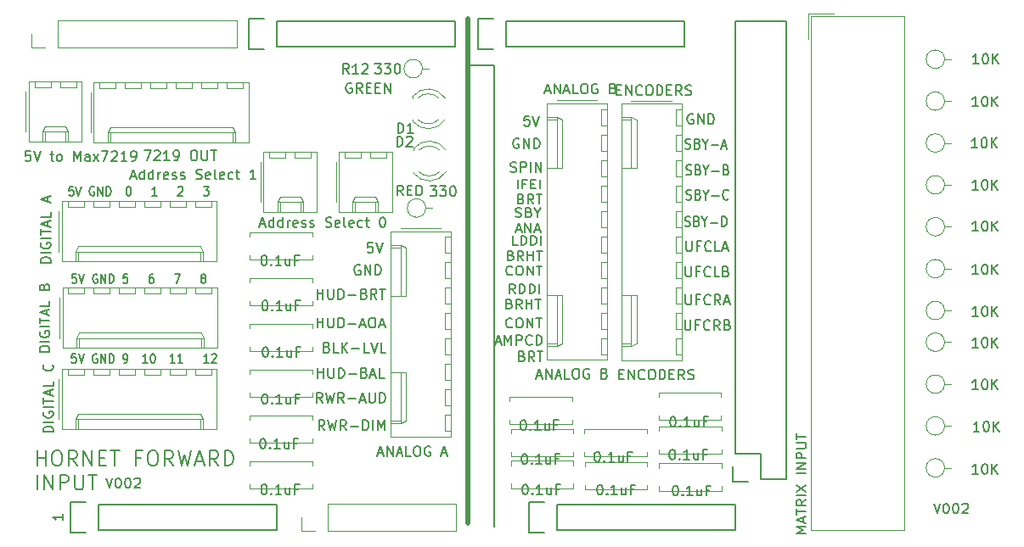
<source format=gbr>
G04 #@! TF.GenerationSoftware,KiCad,Pcbnew,(5.1.5-0-10_14)*
G04 #@! TF.CreationDate,2021-11-28T07:37:34+10:00*
G04 #@! TF.ProjectId,Hornet Forward Input Shield,486f726e-6574-4204-966f-727761726420,rev?*
G04 #@! TF.SameCoordinates,Original*
G04 #@! TF.FileFunction,Legend,Top*
G04 #@! TF.FilePolarity,Positive*
%FSLAX46Y46*%
G04 Gerber Fmt 4.6, Leading zero omitted, Abs format (unit mm)*
G04 Created by KiCad (PCBNEW (5.1.5-0-10_14)) date 2021-11-28 07:37:34*
%MOMM*%
%LPD*%
G04 APERTURE LIST*
%ADD10C,0.150000*%
%ADD11C,0.500000*%
%ADD12C,0.120000*%
G04 APERTURE END LIST*
D10*
X130328247Y-102834342D02*
X129947295Y-102834342D01*
X129909200Y-103262914D01*
X129947295Y-103220057D01*
X130023485Y-103177200D01*
X130213961Y-103177200D01*
X130290152Y-103220057D01*
X130328247Y-103262914D01*
X130366342Y-103348628D01*
X130366342Y-103562914D01*
X130328247Y-103648628D01*
X130290152Y-103691485D01*
X130213961Y-103734342D01*
X130023485Y-103734342D01*
X129947295Y-103691485D01*
X129909200Y-103648628D01*
X130594914Y-102834342D02*
X130861580Y-103734342D01*
X131128247Y-102834342D01*
X132423485Y-102877200D02*
X132347295Y-102834342D01*
X132233009Y-102834342D01*
X132118723Y-102877200D01*
X132042533Y-102962914D01*
X132004438Y-103048628D01*
X131966342Y-103220057D01*
X131966342Y-103348628D01*
X132004438Y-103520057D01*
X132042533Y-103605771D01*
X132118723Y-103691485D01*
X132233009Y-103734342D01*
X132309200Y-103734342D01*
X132423485Y-103691485D01*
X132461580Y-103648628D01*
X132461580Y-103348628D01*
X132309200Y-103348628D01*
X132804438Y-103734342D02*
X132804438Y-102834342D01*
X133261580Y-103734342D01*
X133261580Y-102834342D01*
X133642533Y-103734342D02*
X133642533Y-102834342D01*
X133833009Y-102834342D01*
X133947295Y-102877200D01*
X134023485Y-102962914D01*
X134061580Y-103048628D01*
X134099676Y-103220057D01*
X134099676Y-103348628D01*
X134061580Y-103520057D01*
X134023485Y-103605771D01*
X133947295Y-103691485D01*
X133833009Y-103734342D01*
X133642533Y-103734342D01*
X135090152Y-103734342D02*
X135242533Y-103734342D01*
X135318723Y-103691485D01*
X135356819Y-103648628D01*
X135433009Y-103520057D01*
X135471104Y-103348628D01*
X135471104Y-103005771D01*
X135433009Y-102920057D01*
X135394914Y-102877200D01*
X135318723Y-102834342D01*
X135166342Y-102834342D01*
X135090152Y-102877200D01*
X135052057Y-102920057D01*
X135013961Y-103005771D01*
X135013961Y-103220057D01*
X135052057Y-103305771D01*
X135090152Y-103348628D01*
X135166342Y-103391485D01*
X135318723Y-103391485D01*
X135394914Y-103348628D01*
X135433009Y-103305771D01*
X135471104Y-103220057D01*
X137452057Y-103734342D02*
X136994914Y-103734342D01*
X137223485Y-103734342D02*
X137223485Y-102834342D01*
X137147295Y-102962914D01*
X137071104Y-103048628D01*
X136994914Y-103091485D01*
X137947295Y-102834342D02*
X138023485Y-102834342D01*
X138099676Y-102877200D01*
X138137771Y-102920057D01*
X138175866Y-103005771D01*
X138213961Y-103177200D01*
X138213961Y-103391485D01*
X138175866Y-103562914D01*
X138137771Y-103648628D01*
X138099676Y-103691485D01*
X138023485Y-103734342D01*
X137947295Y-103734342D01*
X137871104Y-103691485D01*
X137833009Y-103648628D01*
X137794914Y-103562914D01*
X137756819Y-103391485D01*
X137756819Y-103177200D01*
X137794914Y-103005771D01*
X137833009Y-102920057D01*
X137871104Y-102877200D01*
X137947295Y-102834342D01*
X140194914Y-103734342D02*
X139737771Y-103734342D01*
X139966342Y-103734342D02*
X139966342Y-102834342D01*
X139890152Y-102962914D01*
X139813961Y-103048628D01*
X139737771Y-103091485D01*
X140956819Y-103734342D02*
X140499676Y-103734342D01*
X140728247Y-103734342D02*
X140728247Y-102834342D01*
X140652057Y-102962914D01*
X140575866Y-103048628D01*
X140499676Y-103091485D01*
X143547295Y-103734342D02*
X143090152Y-103734342D01*
X143318723Y-103734342D02*
X143318723Y-102834342D01*
X143242533Y-102962914D01*
X143166342Y-103048628D01*
X143090152Y-103091485D01*
X143852057Y-102920057D02*
X143890152Y-102877200D01*
X143966342Y-102834342D01*
X144156819Y-102834342D01*
X144233009Y-102877200D01*
X144271104Y-102920057D01*
X144309200Y-103005771D01*
X144309200Y-103091485D01*
X144271104Y-103220057D01*
X143813961Y-103734342D01*
X144309200Y-103734342D01*
X130353580Y-94858742D02*
X129972628Y-94858742D01*
X129934533Y-95287314D01*
X129972628Y-95244457D01*
X130048819Y-95201600D01*
X130239295Y-95201600D01*
X130315485Y-95244457D01*
X130353580Y-95287314D01*
X130391676Y-95373028D01*
X130391676Y-95587314D01*
X130353580Y-95673028D01*
X130315485Y-95715885D01*
X130239295Y-95758742D01*
X130048819Y-95758742D01*
X129972628Y-95715885D01*
X129934533Y-95673028D01*
X130620247Y-94858742D02*
X130886914Y-95758742D01*
X131153580Y-94858742D01*
X132448819Y-94901600D02*
X132372628Y-94858742D01*
X132258342Y-94858742D01*
X132144057Y-94901600D01*
X132067866Y-94987314D01*
X132029771Y-95073028D01*
X131991676Y-95244457D01*
X131991676Y-95373028D01*
X132029771Y-95544457D01*
X132067866Y-95630171D01*
X132144057Y-95715885D01*
X132258342Y-95758742D01*
X132334533Y-95758742D01*
X132448819Y-95715885D01*
X132486914Y-95673028D01*
X132486914Y-95373028D01*
X132334533Y-95373028D01*
X132829771Y-95758742D02*
X132829771Y-94858742D01*
X133286914Y-95758742D01*
X133286914Y-94858742D01*
X133667866Y-95758742D02*
X133667866Y-94858742D01*
X133858342Y-94858742D01*
X133972628Y-94901600D01*
X134048819Y-94987314D01*
X134086914Y-95073028D01*
X134125009Y-95244457D01*
X134125009Y-95373028D01*
X134086914Y-95544457D01*
X134048819Y-95630171D01*
X133972628Y-95715885D01*
X133858342Y-95758742D01*
X133667866Y-95758742D01*
X135458342Y-94858742D02*
X135077390Y-94858742D01*
X135039295Y-95287314D01*
X135077390Y-95244457D01*
X135153580Y-95201600D01*
X135344057Y-95201600D01*
X135420247Y-95244457D01*
X135458342Y-95287314D01*
X135496438Y-95373028D01*
X135496438Y-95587314D01*
X135458342Y-95673028D01*
X135420247Y-95715885D01*
X135344057Y-95758742D01*
X135153580Y-95758742D01*
X135077390Y-95715885D01*
X135039295Y-95673028D01*
X138010723Y-94858742D02*
X137858342Y-94858742D01*
X137782152Y-94901600D01*
X137744057Y-94944457D01*
X137667866Y-95073028D01*
X137629771Y-95244457D01*
X137629771Y-95587314D01*
X137667866Y-95673028D01*
X137705961Y-95715885D01*
X137782152Y-95758742D01*
X137934533Y-95758742D01*
X138010723Y-95715885D01*
X138048819Y-95673028D01*
X138086914Y-95587314D01*
X138086914Y-95373028D01*
X138048819Y-95287314D01*
X138010723Y-95244457D01*
X137934533Y-95201600D01*
X137782152Y-95201600D01*
X137705961Y-95244457D01*
X137667866Y-95287314D01*
X137629771Y-95373028D01*
X140182152Y-94858742D02*
X140715485Y-94858742D01*
X140372628Y-95758742D01*
X142963104Y-95244457D02*
X142886914Y-95201600D01*
X142848819Y-95158742D01*
X142810723Y-95073028D01*
X142810723Y-95030171D01*
X142848819Y-94944457D01*
X142886914Y-94901600D01*
X142963104Y-94858742D01*
X143115485Y-94858742D01*
X143191676Y-94901600D01*
X143229771Y-94944457D01*
X143267866Y-95030171D01*
X143267866Y-95073028D01*
X143229771Y-95158742D01*
X143191676Y-95201600D01*
X143115485Y-95244457D01*
X142963104Y-95244457D01*
X142886914Y-95287314D01*
X142848819Y-95330171D01*
X142810723Y-95415885D01*
X142810723Y-95587314D01*
X142848819Y-95673028D01*
X142886914Y-95715885D01*
X142963104Y-95758742D01*
X143115485Y-95758742D01*
X143191676Y-95715885D01*
X143229771Y-95673028D01*
X143267866Y-95587314D01*
X143267866Y-95415885D01*
X143229771Y-95330171D01*
X143191676Y-95287314D01*
X143115485Y-95244457D01*
X130048819Y-86121142D02*
X129667866Y-86121142D01*
X129629771Y-86549714D01*
X129667866Y-86506857D01*
X129744057Y-86464000D01*
X129934533Y-86464000D01*
X130010723Y-86506857D01*
X130048819Y-86549714D01*
X130086914Y-86635428D01*
X130086914Y-86849714D01*
X130048819Y-86935428D01*
X130010723Y-86978285D01*
X129934533Y-87021142D01*
X129744057Y-87021142D01*
X129667866Y-86978285D01*
X129629771Y-86935428D01*
X130315485Y-86121142D02*
X130582152Y-87021142D01*
X130848819Y-86121142D01*
X132144057Y-86164000D02*
X132067866Y-86121142D01*
X131953580Y-86121142D01*
X131839295Y-86164000D01*
X131763104Y-86249714D01*
X131725009Y-86335428D01*
X131686914Y-86506857D01*
X131686914Y-86635428D01*
X131725009Y-86806857D01*
X131763104Y-86892571D01*
X131839295Y-86978285D01*
X131953580Y-87021142D01*
X132029771Y-87021142D01*
X132144057Y-86978285D01*
X132182152Y-86935428D01*
X132182152Y-86635428D01*
X132029771Y-86635428D01*
X132525009Y-87021142D02*
X132525009Y-86121142D01*
X132982152Y-87021142D01*
X132982152Y-86121142D01*
X133363104Y-87021142D02*
X133363104Y-86121142D01*
X133553580Y-86121142D01*
X133667866Y-86164000D01*
X133744057Y-86249714D01*
X133782152Y-86335428D01*
X133820247Y-86506857D01*
X133820247Y-86635428D01*
X133782152Y-86806857D01*
X133744057Y-86892571D01*
X133667866Y-86978285D01*
X133553580Y-87021142D01*
X133363104Y-87021142D01*
X135534533Y-86121142D02*
X135610723Y-86121142D01*
X135686914Y-86164000D01*
X135725009Y-86206857D01*
X135763104Y-86292571D01*
X135801200Y-86464000D01*
X135801200Y-86678285D01*
X135763104Y-86849714D01*
X135725009Y-86935428D01*
X135686914Y-86978285D01*
X135610723Y-87021142D01*
X135534533Y-87021142D01*
X135458342Y-86978285D01*
X135420247Y-86935428D01*
X135382152Y-86849714D01*
X135344057Y-86678285D01*
X135344057Y-86464000D01*
X135382152Y-86292571D01*
X135420247Y-86206857D01*
X135458342Y-86164000D01*
X135534533Y-86121142D01*
X138391676Y-87021142D02*
X137934533Y-87021142D01*
X138163104Y-87021142D02*
X138163104Y-86121142D01*
X138086914Y-86249714D01*
X138010723Y-86335428D01*
X137934533Y-86378285D01*
X140525009Y-86206857D02*
X140563104Y-86164000D01*
X140639295Y-86121142D01*
X140829771Y-86121142D01*
X140905961Y-86164000D01*
X140944057Y-86206857D01*
X140982152Y-86292571D01*
X140982152Y-86378285D01*
X140944057Y-86506857D01*
X140486914Y-87021142D01*
X140982152Y-87021142D01*
X143077390Y-86121142D02*
X143572628Y-86121142D01*
X143305961Y-86464000D01*
X143420247Y-86464000D01*
X143496438Y-86506857D01*
X143534533Y-86549714D01*
X143572628Y-86635428D01*
X143572628Y-86849714D01*
X143534533Y-86935428D01*
X143496438Y-86978285D01*
X143420247Y-87021142D01*
X143191676Y-87021142D01*
X143115485Y-86978285D01*
X143077390Y-86935428D01*
X172021500Y-74041000D02*
X172021500Y-120091200D01*
X169672000Y-74041000D02*
X172021500Y-74041000D01*
X215852595Y-117752880D02*
X216185928Y-118752880D01*
X216519261Y-117752880D01*
X217043071Y-117752880D02*
X217138309Y-117752880D01*
X217233547Y-117800500D01*
X217281166Y-117848119D01*
X217328785Y-117943357D01*
X217376404Y-118133833D01*
X217376404Y-118371928D01*
X217328785Y-118562404D01*
X217281166Y-118657642D01*
X217233547Y-118705261D01*
X217138309Y-118752880D01*
X217043071Y-118752880D01*
X216947833Y-118705261D01*
X216900214Y-118657642D01*
X216852595Y-118562404D01*
X216804976Y-118371928D01*
X216804976Y-118133833D01*
X216852595Y-117943357D01*
X216900214Y-117848119D01*
X216947833Y-117800500D01*
X217043071Y-117752880D01*
X217995452Y-117752880D02*
X218090690Y-117752880D01*
X218185928Y-117800500D01*
X218233547Y-117848119D01*
X218281166Y-117943357D01*
X218328785Y-118133833D01*
X218328785Y-118371928D01*
X218281166Y-118562404D01*
X218233547Y-118657642D01*
X218185928Y-118705261D01*
X218090690Y-118752880D01*
X217995452Y-118752880D01*
X217900214Y-118705261D01*
X217852595Y-118657642D01*
X217804976Y-118562404D01*
X217757357Y-118371928D01*
X217757357Y-118133833D01*
X217804976Y-117943357D01*
X217852595Y-117848119D01*
X217900214Y-117800500D01*
X217995452Y-117752880D01*
X218709738Y-117848119D02*
X218757357Y-117800500D01*
X218852595Y-117752880D01*
X219090690Y-117752880D01*
X219185928Y-117800500D01*
X219233547Y-117848119D01*
X219281166Y-117943357D01*
X219281166Y-118038595D01*
X219233547Y-118181452D01*
X218662119Y-118752880D01*
X219281166Y-118752880D01*
X172181776Y-101652866D02*
X172657966Y-101652866D01*
X172086538Y-101938580D02*
X172419871Y-100938580D01*
X172753204Y-101938580D01*
X173086538Y-101938580D02*
X173086538Y-100938580D01*
X173419871Y-101652866D01*
X173753204Y-100938580D01*
X173753204Y-101938580D01*
X174229395Y-101938580D02*
X174229395Y-100938580D01*
X174610347Y-100938580D01*
X174705585Y-100986200D01*
X174753204Y-101033819D01*
X174800823Y-101129057D01*
X174800823Y-101271914D01*
X174753204Y-101367152D01*
X174705585Y-101414771D01*
X174610347Y-101462390D01*
X174229395Y-101462390D01*
X175800823Y-101843342D02*
X175753204Y-101890961D01*
X175610347Y-101938580D01*
X175515109Y-101938580D01*
X175372252Y-101890961D01*
X175277014Y-101795723D01*
X175229395Y-101700485D01*
X175181776Y-101510009D01*
X175181776Y-101367152D01*
X175229395Y-101176676D01*
X175277014Y-101081438D01*
X175372252Y-100986200D01*
X175515109Y-100938580D01*
X175610347Y-100938580D01*
X175753204Y-100986200D01*
X175800823Y-101033819D01*
X176229395Y-101938580D02*
X176229395Y-100938580D01*
X176467490Y-100938580D01*
X176610347Y-100986200D01*
X176705585Y-101081438D01*
X176753204Y-101176676D01*
X176800823Y-101367152D01*
X176800823Y-101510009D01*
X176753204Y-101700485D01*
X176705585Y-101795723D01*
X176610347Y-101890961D01*
X176467490Y-101938580D01*
X176229395Y-101938580D01*
X174800823Y-103064771D02*
X174943680Y-103112390D01*
X174991300Y-103160009D01*
X175038919Y-103255247D01*
X175038919Y-103398104D01*
X174991300Y-103493342D01*
X174943680Y-103540961D01*
X174848442Y-103588580D01*
X174467490Y-103588580D01*
X174467490Y-102588580D01*
X174800823Y-102588580D01*
X174896061Y-102636200D01*
X174943680Y-102683819D01*
X174991300Y-102779057D01*
X174991300Y-102874295D01*
X174943680Y-102969533D01*
X174896061Y-103017152D01*
X174800823Y-103064771D01*
X174467490Y-103064771D01*
X176038919Y-103588580D02*
X175705585Y-103112390D01*
X175467490Y-103588580D02*
X175467490Y-102588580D01*
X175848442Y-102588580D01*
X175943680Y-102636200D01*
X175991300Y-102683819D01*
X176038919Y-102779057D01*
X176038919Y-102921914D01*
X175991300Y-103017152D01*
X175943680Y-103064771D01*
X175848442Y-103112390D01*
X175467490Y-103112390D01*
X176324633Y-102588580D02*
X176896061Y-102588580D01*
X176610347Y-103588580D02*
X176610347Y-102588580D01*
X174121433Y-96786742D02*
X173788100Y-96358171D01*
X173550004Y-96786742D02*
X173550004Y-95886742D01*
X173930957Y-95886742D01*
X174026195Y-95929600D01*
X174073814Y-95972457D01*
X174121433Y-96058171D01*
X174121433Y-96186742D01*
X174073814Y-96272457D01*
X174026195Y-96315314D01*
X173930957Y-96358171D01*
X173550004Y-96358171D01*
X174550004Y-96786742D02*
X174550004Y-95886742D01*
X174788100Y-95886742D01*
X174930957Y-95929600D01*
X175026195Y-96015314D01*
X175073814Y-96101028D01*
X175121433Y-96272457D01*
X175121433Y-96401028D01*
X175073814Y-96572457D01*
X175026195Y-96658171D01*
X174930957Y-96743885D01*
X174788100Y-96786742D01*
X174550004Y-96786742D01*
X175550004Y-96786742D02*
X175550004Y-95886742D01*
X175788100Y-95886742D01*
X175930957Y-95929600D01*
X176026195Y-96015314D01*
X176073814Y-96101028D01*
X176121433Y-96272457D01*
X176121433Y-96401028D01*
X176073814Y-96572457D01*
X176026195Y-96658171D01*
X175930957Y-96743885D01*
X175788100Y-96786742D01*
X175550004Y-96786742D01*
X176550004Y-96786742D02*
X176550004Y-95886742D01*
X173550004Y-97815314D02*
X173692861Y-97858171D01*
X173740480Y-97901028D01*
X173788100Y-97986742D01*
X173788100Y-98115314D01*
X173740480Y-98201028D01*
X173692861Y-98243885D01*
X173597623Y-98286742D01*
X173216671Y-98286742D01*
X173216671Y-97386742D01*
X173550004Y-97386742D01*
X173645242Y-97429600D01*
X173692861Y-97472457D01*
X173740480Y-97558171D01*
X173740480Y-97643885D01*
X173692861Y-97729600D01*
X173645242Y-97772457D01*
X173550004Y-97815314D01*
X173216671Y-97815314D01*
X174788100Y-98286742D02*
X174454766Y-97858171D01*
X174216671Y-98286742D02*
X174216671Y-97386742D01*
X174597623Y-97386742D01*
X174692861Y-97429600D01*
X174740480Y-97472457D01*
X174788100Y-97558171D01*
X174788100Y-97686742D01*
X174740480Y-97772457D01*
X174692861Y-97815314D01*
X174597623Y-97858171D01*
X174216671Y-97858171D01*
X175216671Y-98286742D02*
X175216671Y-97386742D01*
X175216671Y-97815314D02*
X175788100Y-97815314D01*
X175788100Y-98286742D02*
X175788100Y-97386742D01*
X176121433Y-97386742D02*
X176692861Y-97386742D01*
X176407147Y-98286742D02*
X176407147Y-97386742D01*
X173830223Y-100092628D02*
X173782604Y-100135485D01*
X173639747Y-100178342D01*
X173544509Y-100178342D01*
X173401652Y-100135485D01*
X173306414Y-100049771D01*
X173258795Y-99964057D01*
X173211176Y-99792628D01*
X173211176Y-99664057D01*
X173258795Y-99492628D01*
X173306414Y-99406914D01*
X173401652Y-99321200D01*
X173544509Y-99278342D01*
X173639747Y-99278342D01*
X173782604Y-99321200D01*
X173830223Y-99364057D01*
X174449271Y-99278342D02*
X174639747Y-99278342D01*
X174734985Y-99321200D01*
X174830223Y-99406914D01*
X174877842Y-99578342D01*
X174877842Y-99878342D01*
X174830223Y-100049771D01*
X174734985Y-100135485D01*
X174639747Y-100178342D01*
X174449271Y-100178342D01*
X174354033Y-100135485D01*
X174258795Y-100049771D01*
X174211176Y-99878342D01*
X174211176Y-99578342D01*
X174258795Y-99406914D01*
X174354033Y-99321200D01*
X174449271Y-99278342D01*
X175306414Y-100178342D02*
X175306414Y-99278342D01*
X175877842Y-100178342D01*
X175877842Y-99278342D01*
X176211176Y-99278342D02*
X176782604Y-99278342D01*
X176496890Y-100178342D02*
X176496890Y-99278342D01*
X173842080Y-94860228D02*
X173794461Y-94903085D01*
X173651604Y-94945942D01*
X173556366Y-94945942D01*
X173413509Y-94903085D01*
X173318271Y-94817371D01*
X173270652Y-94731657D01*
X173223033Y-94560228D01*
X173223033Y-94431657D01*
X173270652Y-94260228D01*
X173318271Y-94174514D01*
X173413509Y-94088800D01*
X173556366Y-94045942D01*
X173651604Y-94045942D01*
X173794461Y-94088800D01*
X173842080Y-94131657D01*
X174461128Y-94045942D02*
X174651604Y-94045942D01*
X174746842Y-94088800D01*
X174842080Y-94174514D01*
X174889700Y-94345942D01*
X174889700Y-94645942D01*
X174842080Y-94817371D01*
X174746842Y-94903085D01*
X174651604Y-94945942D01*
X174461128Y-94945942D01*
X174365890Y-94903085D01*
X174270652Y-94817371D01*
X174223033Y-94645942D01*
X174223033Y-94345942D01*
X174270652Y-94174514D01*
X174365890Y-94088800D01*
X174461128Y-94045942D01*
X175318271Y-94945942D02*
X175318271Y-94045942D01*
X175889700Y-94945942D01*
X175889700Y-94045942D01*
X176223033Y-94045942D02*
X176794461Y-94045942D01*
X176508747Y-94945942D02*
X176508747Y-94045942D01*
X174369071Y-91960742D02*
X173892880Y-91960742D01*
X173892880Y-91060742D01*
X174702404Y-91960742D02*
X174702404Y-91060742D01*
X174940500Y-91060742D01*
X175083357Y-91103600D01*
X175178595Y-91189314D01*
X175226214Y-91275028D01*
X175273833Y-91446457D01*
X175273833Y-91575028D01*
X175226214Y-91746457D01*
X175178595Y-91832171D01*
X175083357Y-91917885D01*
X174940500Y-91960742D01*
X174702404Y-91960742D01*
X175702404Y-91960742D02*
X175702404Y-91060742D01*
X175940500Y-91060742D01*
X176083357Y-91103600D01*
X176178595Y-91189314D01*
X176226214Y-91275028D01*
X176273833Y-91446457D01*
X176273833Y-91575028D01*
X176226214Y-91746457D01*
X176178595Y-91832171D01*
X176083357Y-91917885D01*
X175940500Y-91960742D01*
X175702404Y-91960742D01*
X176702404Y-91960742D02*
X176702404Y-91060742D01*
X173702404Y-92989314D02*
X173845261Y-93032171D01*
X173892880Y-93075028D01*
X173940500Y-93160742D01*
X173940500Y-93289314D01*
X173892880Y-93375028D01*
X173845261Y-93417885D01*
X173750023Y-93460742D01*
X173369071Y-93460742D01*
X173369071Y-92560742D01*
X173702404Y-92560742D01*
X173797642Y-92603600D01*
X173845261Y-92646457D01*
X173892880Y-92732171D01*
X173892880Y-92817885D01*
X173845261Y-92903600D01*
X173797642Y-92946457D01*
X173702404Y-92989314D01*
X173369071Y-92989314D01*
X174940500Y-93460742D02*
X174607166Y-93032171D01*
X174369071Y-93460742D02*
X174369071Y-92560742D01*
X174750023Y-92560742D01*
X174845261Y-92603600D01*
X174892880Y-92646457D01*
X174940500Y-92732171D01*
X174940500Y-92860742D01*
X174892880Y-92946457D01*
X174845261Y-92989314D01*
X174750023Y-93032171D01*
X174369071Y-93032171D01*
X175369071Y-93460742D02*
X175369071Y-92560742D01*
X175369071Y-92989314D02*
X175940500Y-92989314D01*
X175940500Y-93460742D02*
X175940500Y-92560742D01*
X176273833Y-92560742D02*
X176845261Y-92560742D01*
X176559547Y-93460742D02*
X176559547Y-92560742D01*
X174169052Y-89123885D02*
X174311909Y-89166742D01*
X174550004Y-89166742D01*
X174645242Y-89123885D01*
X174692861Y-89081028D01*
X174740480Y-88995314D01*
X174740480Y-88909600D01*
X174692861Y-88823885D01*
X174645242Y-88781028D01*
X174550004Y-88738171D01*
X174359528Y-88695314D01*
X174264290Y-88652457D01*
X174216671Y-88609600D01*
X174169052Y-88523885D01*
X174169052Y-88438171D01*
X174216671Y-88352457D01*
X174264290Y-88309600D01*
X174359528Y-88266742D01*
X174597623Y-88266742D01*
X174740480Y-88309600D01*
X175502385Y-88695314D02*
X175645242Y-88738171D01*
X175692861Y-88781028D01*
X175740480Y-88866742D01*
X175740480Y-88995314D01*
X175692861Y-89081028D01*
X175645242Y-89123885D01*
X175550004Y-89166742D01*
X175169052Y-89166742D01*
X175169052Y-88266742D01*
X175502385Y-88266742D01*
X175597623Y-88309600D01*
X175645242Y-88352457D01*
X175692861Y-88438171D01*
X175692861Y-88523885D01*
X175645242Y-88609600D01*
X175597623Y-88652457D01*
X175502385Y-88695314D01*
X175169052Y-88695314D01*
X176359528Y-88738171D02*
X176359528Y-89166742D01*
X176026195Y-88266742D02*
X176359528Y-88738171D01*
X176692861Y-88266742D01*
X174216671Y-90409600D02*
X174692861Y-90409600D01*
X174121433Y-90666742D02*
X174454766Y-89766742D01*
X174788100Y-90666742D01*
X175121433Y-90666742D02*
X175121433Y-89766742D01*
X175692861Y-90666742D01*
X175692861Y-89766742D01*
X176121433Y-90409600D02*
X176597623Y-90409600D01*
X176026195Y-90666742D02*
X176359528Y-89766742D01*
X176692861Y-90666742D01*
X174376395Y-86321942D02*
X174376395Y-85421942D01*
X175185919Y-85850514D02*
X174852585Y-85850514D01*
X174852585Y-86321942D02*
X174852585Y-85421942D01*
X175328776Y-85421942D01*
X175709728Y-85850514D02*
X176043061Y-85850514D01*
X176185919Y-86321942D02*
X175709728Y-86321942D01*
X175709728Y-85421942D01*
X176185919Y-85421942D01*
X176614490Y-86321942D02*
X176614490Y-85421942D01*
X174709728Y-87350514D02*
X174852585Y-87393371D01*
X174900204Y-87436228D01*
X174947823Y-87521942D01*
X174947823Y-87650514D01*
X174900204Y-87736228D01*
X174852585Y-87779085D01*
X174757347Y-87821942D01*
X174376395Y-87821942D01*
X174376395Y-86921942D01*
X174709728Y-86921942D01*
X174804966Y-86964800D01*
X174852585Y-87007657D01*
X174900204Y-87093371D01*
X174900204Y-87179085D01*
X174852585Y-87264800D01*
X174804966Y-87307657D01*
X174709728Y-87350514D01*
X174376395Y-87350514D01*
X175947823Y-87821942D02*
X175614490Y-87393371D01*
X175376395Y-87821942D02*
X175376395Y-86921942D01*
X175757347Y-86921942D01*
X175852585Y-86964800D01*
X175900204Y-87007657D01*
X175947823Y-87093371D01*
X175947823Y-87221942D01*
X175900204Y-87307657D01*
X175852585Y-87350514D01*
X175757347Y-87393371D01*
X175376395Y-87393371D01*
X176233538Y-86921942D02*
X176804966Y-86921942D01*
X176519252Y-87821942D02*
X176519252Y-86921942D01*
X173668376Y-84631161D02*
X173811233Y-84678780D01*
X174049328Y-84678780D01*
X174144566Y-84631161D01*
X174192185Y-84583542D01*
X174239804Y-84488304D01*
X174239804Y-84393066D01*
X174192185Y-84297828D01*
X174144566Y-84250209D01*
X174049328Y-84202590D01*
X173858852Y-84154971D01*
X173763614Y-84107352D01*
X173715995Y-84059733D01*
X173668376Y-83964495D01*
X173668376Y-83869257D01*
X173715995Y-83774019D01*
X173763614Y-83726400D01*
X173858852Y-83678780D01*
X174096947Y-83678780D01*
X174239804Y-83726400D01*
X174668376Y-84678780D02*
X174668376Y-83678780D01*
X175049328Y-83678780D01*
X175144566Y-83726400D01*
X175192185Y-83774019D01*
X175239804Y-83869257D01*
X175239804Y-84012114D01*
X175192185Y-84107352D01*
X175144566Y-84154971D01*
X175049328Y-84202590D01*
X174668376Y-84202590D01*
X175668376Y-84678780D02*
X175668376Y-83678780D01*
X176144566Y-84678780D02*
X176144566Y-83678780D01*
X176715995Y-84678780D01*
X176715995Y-83678780D01*
X174476985Y-81338800D02*
X174381747Y-81291180D01*
X174238890Y-81291180D01*
X174096033Y-81338800D01*
X174000795Y-81434038D01*
X173953176Y-81529276D01*
X173905557Y-81719752D01*
X173905557Y-81862609D01*
X173953176Y-82053085D01*
X174000795Y-82148323D01*
X174096033Y-82243561D01*
X174238890Y-82291180D01*
X174334128Y-82291180D01*
X174476985Y-82243561D01*
X174524604Y-82195942D01*
X174524604Y-81862609D01*
X174334128Y-81862609D01*
X174953176Y-82291180D02*
X174953176Y-81291180D01*
X175524604Y-82291180D01*
X175524604Y-81291180D01*
X176000795Y-82291180D02*
X176000795Y-81291180D01*
X176238890Y-81291180D01*
X176381747Y-81338800D01*
X176476985Y-81434038D01*
X176524604Y-81529276D01*
X176572223Y-81719752D01*
X176572223Y-81862609D01*
X176524604Y-82053085D01*
X176476985Y-82148323D01*
X176381747Y-82243561D01*
X176238890Y-82291180D01*
X176000795Y-82291180D01*
X175540461Y-79068680D02*
X175064271Y-79068680D01*
X175016652Y-79544871D01*
X175064271Y-79497252D01*
X175159509Y-79449633D01*
X175397604Y-79449633D01*
X175492842Y-79497252D01*
X175540461Y-79544871D01*
X175588080Y-79640109D01*
X175588080Y-79878204D01*
X175540461Y-79973442D01*
X175492842Y-80021061D01*
X175397604Y-80068680D01*
X175159509Y-80068680D01*
X175064271Y-80021061D01*
X175016652Y-79973442D01*
X175873795Y-79068680D02*
X176207128Y-80068680D01*
X176540461Y-79068680D01*
X191114995Y-96912180D02*
X191114995Y-97721704D01*
X191162614Y-97816942D01*
X191210233Y-97864561D01*
X191305471Y-97912180D01*
X191495947Y-97912180D01*
X191591185Y-97864561D01*
X191638804Y-97816942D01*
X191686423Y-97721704D01*
X191686423Y-96912180D01*
X192495947Y-97388371D02*
X192162614Y-97388371D01*
X192162614Y-97912180D02*
X192162614Y-96912180D01*
X192638804Y-96912180D01*
X193591185Y-97816942D02*
X193543566Y-97864561D01*
X193400709Y-97912180D01*
X193305471Y-97912180D01*
X193162614Y-97864561D01*
X193067376Y-97769323D01*
X193019757Y-97674085D01*
X192972138Y-97483609D01*
X192972138Y-97340752D01*
X193019757Y-97150276D01*
X193067376Y-97055038D01*
X193162614Y-96959800D01*
X193305471Y-96912180D01*
X193400709Y-96912180D01*
X193543566Y-96959800D01*
X193591185Y-97007419D01*
X194591185Y-97912180D02*
X194257852Y-97435990D01*
X194019757Y-97912180D02*
X194019757Y-96912180D01*
X194400709Y-96912180D01*
X194495947Y-96959800D01*
X194543566Y-97007419D01*
X194591185Y-97102657D01*
X194591185Y-97245514D01*
X194543566Y-97340752D01*
X194495947Y-97388371D01*
X194400709Y-97435990D01*
X194019757Y-97435990D01*
X194972138Y-97626466D02*
X195448328Y-97626466D01*
X194876900Y-97912180D02*
X195210233Y-96912180D01*
X195543566Y-97912180D01*
X191051495Y-99452180D02*
X191051495Y-100261704D01*
X191099114Y-100356942D01*
X191146733Y-100404561D01*
X191241971Y-100452180D01*
X191432447Y-100452180D01*
X191527685Y-100404561D01*
X191575304Y-100356942D01*
X191622923Y-100261704D01*
X191622923Y-99452180D01*
X192432447Y-99928371D02*
X192099114Y-99928371D01*
X192099114Y-100452180D02*
X192099114Y-99452180D01*
X192575304Y-99452180D01*
X193527685Y-100356942D02*
X193480066Y-100404561D01*
X193337209Y-100452180D01*
X193241971Y-100452180D01*
X193099114Y-100404561D01*
X193003876Y-100309323D01*
X192956257Y-100214085D01*
X192908638Y-100023609D01*
X192908638Y-99880752D01*
X192956257Y-99690276D01*
X193003876Y-99595038D01*
X193099114Y-99499800D01*
X193241971Y-99452180D01*
X193337209Y-99452180D01*
X193480066Y-99499800D01*
X193527685Y-99547419D01*
X194527685Y-100452180D02*
X194194352Y-99975990D01*
X193956257Y-100452180D02*
X193956257Y-99452180D01*
X194337209Y-99452180D01*
X194432447Y-99499800D01*
X194480066Y-99547419D01*
X194527685Y-99642657D01*
X194527685Y-99785514D01*
X194480066Y-99880752D01*
X194432447Y-99928371D01*
X194337209Y-99975990D01*
X193956257Y-99975990D01*
X195289590Y-99928371D02*
X195432447Y-99975990D01*
X195480066Y-100023609D01*
X195527685Y-100118847D01*
X195527685Y-100261704D01*
X195480066Y-100356942D01*
X195432447Y-100404561D01*
X195337209Y-100452180D01*
X194956257Y-100452180D01*
X194956257Y-99452180D01*
X195289590Y-99452180D01*
X195384828Y-99499800D01*
X195432447Y-99547419D01*
X195480066Y-99642657D01*
X195480066Y-99737895D01*
X195432447Y-99833133D01*
X195384828Y-99880752D01*
X195289590Y-99928371D01*
X194956257Y-99928371D01*
X191114995Y-94118180D02*
X191114995Y-94927704D01*
X191162614Y-95022942D01*
X191210233Y-95070561D01*
X191305471Y-95118180D01*
X191495947Y-95118180D01*
X191591185Y-95070561D01*
X191638804Y-95022942D01*
X191686423Y-94927704D01*
X191686423Y-94118180D01*
X192495947Y-94594371D02*
X192162614Y-94594371D01*
X192162614Y-95118180D02*
X192162614Y-94118180D01*
X192638804Y-94118180D01*
X193591185Y-95022942D02*
X193543566Y-95070561D01*
X193400709Y-95118180D01*
X193305471Y-95118180D01*
X193162614Y-95070561D01*
X193067376Y-94975323D01*
X193019757Y-94880085D01*
X192972138Y-94689609D01*
X192972138Y-94546752D01*
X193019757Y-94356276D01*
X193067376Y-94261038D01*
X193162614Y-94165800D01*
X193305471Y-94118180D01*
X193400709Y-94118180D01*
X193543566Y-94165800D01*
X193591185Y-94213419D01*
X194495947Y-95118180D02*
X194019757Y-95118180D01*
X194019757Y-94118180D01*
X195162614Y-94594371D02*
X195305471Y-94641990D01*
X195353090Y-94689609D01*
X195400709Y-94784847D01*
X195400709Y-94927704D01*
X195353090Y-95022942D01*
X195305471Y-95070561D01*
X195210233Y-95118180D01*
X194829280Y-95118180D01*
X194829280Y-94118180D01*
X195162614Y-94118180D01*
X195257852Y-94165800D01*
X195305471Y-94213419D01*
X195353090Y-94308657D01*
X195353090Y-94403895D01*
X195305471Y-94499133D01*
X195257852Y-94546752D01*
X195162614Y-94594371D01*
X194829280Y-94594371D01*
X191178495Y-91578180D02*
X191178495Y-92387704D01*
X191226114Y-92482942D01*
X191273733Y-92530561D01*
X191368971Y-92578180D01*
X191559447Y-92578180D01*
X191654685Y-92530561D01*
X191702304Y-92482942D01*
X191749923Y-92387704D01*
X191749923Y-91578180D01*
X192559447Y-92054371D02*
X192226114Y-92054371D01*
X192226114Y-92578180D02*
X192226114Y-91578180D01*
X192702304Y-91578180D01*
X193654685Y-92482942D02*
X193607066Y-92530561D01*
X193464209Y-92578180D01*
X193368971Y-92578180D01*
X193226114Y-92530561D01*
X193130876Y-92435323D01*
X193083257Y-92340085D01*
X193035638Y-92149609D01*
X193035638Y-92006752D01*
X193083257Y-91816276D01*
X193130876Y-91721038D01*
X193226114Y-91625800D01*
X193368971Y-91578180D01*
X193464209Y-91578180D01*
X193607066Y-91625800D01*
X193654685Y-91673419D01*
X194559447Y-92578180D02*
X194083257Y-92578180D01*
X194083257Y-91578180D01*
X194845161Y-92292466D02*
X195321352Y-92292466D01*
X194749923Y-92578180D02*
X195083257Y-91578180D01*
X195416590Y-92578180D01*
X191048328Y-90054061D02*
X191176900Y-90101680D01*
X191391185Y-90101680D01*
X191476900Y-90054061D01*
X191519757Y-90006442D01*
X191562614Y-89911204D01*
X191562614Y-89815966D01*
X191519757Y-89720728D01*
X191476900Y-89673109D01*
X191391185Y-89625490D01*
X191219757Y-89577871D01*
X191134042Y-89530252D01*
X191091185Y-89482633D01*
X191048328Y-89387395D01*
X191048328Y-89292157D01*
X191091185Y-89196919D01*
X191134042Y-89149300D01*
X191219757Y-89101680D01*
X191434042Y-89101680D01*
X191562614Y-89149300D01*
X192248328Y-89577871D02*
X192376900Y-89625490D01*
X192419757Y-89673109D01*
X192462614Y-89768347D01*
X192462614Y-89911204D01*
X192419757Y-90006442D01*
X192376900Y-90054061D01*
X192291185Y-90101680D01*
X191948328Y-90101680D01*
X191948328Y-89101680D01*
X192248328Y-89101680D01*
X192334042Y-89149300D01*
X192376900Y-89196919D01*
X192419757Y-89292157D01*
X192419757Y-89387395D01*
X192376900Y-89482633D01*
X192334042Y-89530252D01*
X192248328Y-89577871D01*
X191948328Y-89577871D01*
X193019757Y-89625490D02*
X193019757Y-90101680D01*
X192719757Y-89101680D02*
X193019757Y-89625490D01*
X193319757Y-89101680D01*
X193619757Y-89720728D02*
X194305471Y-89720728D01*
X194734042Y-90101680D02*
X194734042Y-89101680D01*
X194948328Y-89101680D01*
X195076900Y-89149300D01*
X195162614Y-89244538D01*
X195205471Y-89339776D01*
X195248328Y-89530252D01*
X195248328Y-89673109D01*
X195205471Y-89863585D01*
X195162614Y-89958823D01*
X195076900Y-90054061D01*
X194948328Y-90101680D01*
X194734042Y-90101680D01*
X191175328Y-87387061D02*
X191303900Y-87434680D01*
X191518185Y-87434680D01*
X191603900Y-87387061D01*
X191646757Y-87339442D01*
X191689614Y-87244204D01*
X191689614Y-87148966D01*
X191646757Y-87053728D01*
X191603900Y-87006109D01*
X191518185Y-86958490D01*
X191346757Y-86910871D01*
X191261042Y-86863252D01*
X191218185Y-86815633D01*
X191175328Y-86720395D01*
X191175328Y-86625157D01*
X191218185Y-86529919D01*
X191261042Y-86482300D01*
X191346757Y-86434680D01*
X191561042Y-86434680D01*
X191689614Y-86482300D01*
X192375328Y-86910871D02*
X192503900Y-86958490D01*
X192546757Y-87006109D01*
X192589614Y-87101347D01*
X192589614Y-87244204D01*
X192546757Y-87339442D01*
X192503900Y-87387061D01*
X192418185Y-87434680D01*
X192075328Y-87434680D01*
X192075328Y-86434680D01*
X192375328Y-86434680D01*
X192461042Y-86482300D01*
X192503900Y-86529919D01*
X192546757Y-86625157D01*
X192546757Y-86720395D01*
X192503900Y-86815633D01*
X192461042Y-86863252D01*
X192375328Y-86910871D01*
X192075328Y-86910871D01*
X193146757Y-86958490D02*
X193146757Y-87434680D01*
X192846757Y-86434680D02*
X193146757Y-86958490D01*
X193446757Y-86434680D01*
X193746757Y-87053728D02*
X194432471Y-87053728D01*
X195375328Y-87339442D02*
X195332471Y-87387061D01*
X195203900Y-87434680D01*
X195118185Y-87434680D01*
X194989614Y-87387061D01*
X194903900Y-87291823D01*
X194861042Y-87196585D01*
X194818185Y-87006109D01*
X194818185Y-86863252D01*
X194861042Y-86672776D01*
X194903900Y-86577538D01*
X194989614Y-86482300D01*
X195118185Y-86434680D01*
X195203900Y-86434680D01*
X195332471Y-86482300D01*
X195375328Y-86529919D01*
X191175328Y-84910561D02*
X191303900Y-84958180D01*
X191518185Y-84958180D01*
X191603900Y-84910561D01*
X191646757Y-84862942D01*
X191689614Y-84767704D01*
X191689614Y-84672466D01*
X191646757Y-84577228D01*
X191603900Y-84529609D01*
X191518185Y-84481990D01*
X191346757Y-84434371D01*
X191261042Y-84386752D01*
X191218185Y-84339133D01*
X191175328Y-84243895D01*
X191175328Y-84148657D01*
X191218185Y-84053419D01*
X191261042Y-84005800D01*
X191346757Y-83958180D01*
X191561042Y-83958180D01*
X191689614Y-84005800D01*
X192375328Y-84434371D02*
X192503900Y-84481990D01*
X192546757Y-84529609D01*
X192589614Y-84624847D01*
X192589614Y-84767704D01*
X192546757Y-84862942D01*
X192503900Y-84910561D01*
X192418185Y-84958180D01*
X192075328Y-84958180D01*
X192075328Y-83958180D01*
X192375328Y-83958180D01*
X192461042Y-84005800D01*
X192503900Y-84053419D01*
X192546757Y-84148657D01*
X192546757Y-84243895D01*
X192503900Y-84339133D01*
X192461042Y-84386752D01*
X192375328Y-84434371D01*
X192075328Y-84434371D01*
X193146757Y-84481990D02*
X193146757Y-84958180D01*
X192846757Y-83958180D02*
X193146757Y-84481990D01*
X193446757Y-83958180D01*
X193746757Y-84577228D02*
X194432471Y-84577228D01*
X195161042Y-84434371D02*
X195289614Y-84481990D01*
X195332471Y-84529609D01*
X195375328Y-84624847D01*
X195375328Y-84767704D01*
X195332471Y-84862942D01*
X195289614Y-84910561D01*
X195203900Y-84958180D01*
X194861042Y-84958180D01*
X194861042Y-83958180D01*
X195161042Y-83958180D01*
X195246757Y-84005800D01*
X195289614Y-84053419D01*
X195332471Y-84148657D01*
X195332471Y-84243895D01*
X195289614Y-84339133D01*
X195246757Y-84386752D01*
X195161042Y-84434371D01*
X194861042Y-84434371D01*
X191111828Y-82307061D02*
X191240400Y-82354680D01*
X191454685Y-82354680D01*
X191540400Y-82307061D01*
X191583257Y-82259442D01*
X191626114Y-82164204D01*
X191626114Y-82068966D01*
X191583257Y-81973728D01*
X191540400Y-81926109D01*
X191454685Y-81878490D01*
X191283257Y-81830871D01*
X191197542Y-81783252D01*
X191154685Y-81735633D01*
X191111828Y-81640395D01*
X191111828Y-81545157D01*
X191154685Y-81449919D01*
X191197542Y-81402300D01*
X191283257Y-81354680D01*
X191497542Y-81354680D01*
X191626114Y-81402300D01*
X192311828Y-81830871D02*
X192440400Y-81878490D01*
X192483257Y-81926109D01*
X192526114Y-82021347D01*
X192526114Y-82164204D01*
X192483257Y-82259442D01*
X192440400Y-82307061D01*
X192354685Y-82354680D01*
X192011828Y-82354680D01*
X192011828Y-81354680D01*
X192311828Y-81354680D01*
X192397542Y-81402300D01*
X192440400Y-81449919D01*
X192483257Y-81545157D01*
X192483257Y-81640395D01*
X192440400Y-81735633D01*
X192397542Y-81783252D01*
X192311828Y-81830871D01*
X192011828Y-81830871D01*
X193083257Y-81878490D02*
X193083257Y-82354680D01*
X192783257Y-81354680D02*
X193083257Y-81878490D01*
X193383257Y-81354680D01*
X193683257Y-81973728D02*
X194368971Y-81973728D01*
X194754685Y-82068966D02*
X195183257Y-82068966D01*
X194668971Y-82354680D02*
X194968971Y-81354680D01*
X195268971Y-82354680D01*
X155129023Y-110434380D02*
X154795690Y-109958190D01*
X154557595Y-110434380D02*
X154557595Y-109434380D01*
X154938547Y-109434380D01*
X155033785Y-109482000D01*
X155081404Y-109529619D01*
X155129023Y-109624857D01*
X155129023Y-109767714D01*
X155081404Y-109862952D01*
X155033785Y-109910571D01*
X154938547Y-109958190D01*
X154557595Y-109958190D01*
X155462357Y-109434380D02*
X155700452Y-110434380D01*
X155890928Y-109720095D01*
X156081404Y-110434380D01*
X156319500Y-109434380D01*
X157271880Y-110434380D02*
X156938547Y-109958190D01*
X156700452Y-110434380D02*
X156700452Y-109434380D01*
X157081404Y-109434380D01*
X157176642Y-109482000D01*
X157224261Y-109529619D01*
X157271880Y-109624857D01*
X157271880Y-109767714D01*
X157224261Y-109862952D01*
X157176642Y-109910571D01*
X157081404Y-109958190D01*
X156700452Y-109958190D01*
X157700452Y-110053428D02*
X158462357Y-110053428D01*
X158938547Y-110434380D02*
X158938547Y-109434380D01*
X159176642Y-109434380D01*
X159319500Y-109482000D01*
X159414738Y-109577238D01*
X159462357Y-109672476D01*
X159509976Y-109862952D01*
X159509976Y-110005809D01*
X159462357Y-110196285D01*
X159414738Y-110291523D01*
X159319500Y-110386761D01*
X159176642Y-110434380D01*
X158938547Y-110434380D01*
X159938547Y-110434380D02*
X159938547Y-109434380D01*
X160414738Y-110434380D02*
X160414738Y-109434380D01*
X160748071Y-110148666D01*
X161081404Y-109434380D01*
X161081404Y-110434380D01*
X154430595Y-105227380D02*
X154430595Y-104227380D01*
X154430595Y-104703571D02*
X155002023Y-104703571D01*
X155002023Y-105227380D02*
X155002023Y-104227380D01*
X155478214Y-104227380D02*
X155478214Y-105036904D01*
X155525833Y-105132142D01*
X155573452Y-105179761D01*
X155668690Y-105227380D01*
X155859166Y-105227380D01*
X155954404Y-105179761D01*
X156002023Y-105132142D01*
X156049642Y-105036904D01*
X156049642Y-104227380D01*
X156525833Y-105227380D02*
X156525833Y-104227380D01*
X156763928Y-104227380D01*
X156906785Y-104275000D01*
X157002023Y-104370238D01*
X157049642Y-104465476D01*
X157097261Y-104655952D01*
X157097261Y-104798809D01*
X157049642Y-104989285D01*
X157002023Y-105084523D01*
X156906785Y-105179761D01*
X156763928Y-105227380D01*
X156525833Y-105227380D01*
X157525833Y-104846428D02*
X158287738Y-104846428D01*
X159097261Y-104703571D02*
X159240119Y-104751190D01*
X159287738Y-104798809D01*
X159335357Y-104894047D01*
X159335357Y-105036904D01*
X159287738Y-105132142D01*
X159240119Y-105179761D01*
X159144880Y-105227380D01*
X158763928Y-105227380D01*
X158763928Y-104227380D01*
X159097261Y-104227380D01*
X159192500Y-104275000D01*
X159240119Y-104322619D01*
X159287738Y-104417857D01*
X159287738Y-104513095D01*
X159240119Y-104608333D01*
X159192500Y-104655952D01*
X159097261Y-104703571D01*
X158763928Y-104703571D01*
X159716309Y-104941666D02*
X160192500Y-104941666D01*
X159621071Y-105227380D02*
X159954404Y-104227380D01*
X160287738Y-105227380D01*
X161097261Y-105227380D02*
X160621071Y-105227380D01*
X160621071Y-104227380D01*
X154906809Y-107703880D02*
X154573476Y-107227690D01*
X154335380Y-107703880D02*
X154335380Y-106703880D01*
X154716333Y-106703880D01*
X154811571Y-106751500D01*
X154859190Y-106799119D01*
X154906809Y-106894357D01*
X154906809Y-107037214D01*
X154859190Y-107132452D01*
X154811571Y-107180071D01*
X154716333Y-107227690D01*
X154335380Y-107227690D01*
X155240142Y-106703880D02*
X155478238Y-107703880D01*
X155668714Y-106989595D01*
X155859190Y-107703880D01*
X156097285Y-106703880D01*
X157049666Y-107703880D02*
X156716333Y-107227690D01*
X156478238Y-107703880D02*
X156478238Y-106703880D01*
X156859190Y-106703880D01*
X156954428Y-106751500D01*
X157002047Y-106799119D01*
X157049666Y-106894357D01*
X157049666Y-107037214D01*
X157002047Y-107132452D01*
X156954428Y-107180071D01*
X156859190Y-107227690D01*
X156478238Y-107227690D01*
X157478238Y-107322928D02*
X158240142Y-107322928D01*
X158668714Y-107418166D02*
X159144904Y-107418166D01*
X158573476Y-107703880D02*
X158906809Y-106703880D01*
X159240142Y-107703880D01*
X159573476Y-106703880D02*
X159573476Y-107513404D01*
X159621095Y-107608642D01*
X159668714Y-107656261D01*
X159763952Y-107703880D01*
X159954428Y-107703880D01*
X160049666Y-107656261D01*
X160097285Y-107608642D01*
X160144904Y-107513404D01*
X160144904Y-106703880D01*
X160621095Y-107703880D02*
X160621095Y-106703880D01*
X160859190Y-106703880D01*
X161002047Y-106751500D01*
X161097285Y-106846738D01*
X161144904Y-106941976D01*
X161192523Y-107132452D01*
X161192523Y-107275309D01*
X161144904Y-107465785D01*
X161097285Y-107561023D01*
X161002047Y-107656261D01*
X160859190Y-107703880D01*
X160621095Y-107703880D01*
X155367119Y-102163571D02*
X155509976Y-102211190D01*
X155557595Y-102258809D01*
X155605214Y-102354047D01*
X155605214Y-102496904D01*
X155557595Y-102592142D01*
X155509976Y-102639761D01*
X155414738Y-102687380D01*
X155033785Y-102687380D01*
X155033785Y-101687380D01*
X155367119Y-101687380D01*
X155462357Y-101735000D01*
X155509976Y-101782619D01*
X155557595Y-101877857D01*
X155557595Y-101973095D01*
X155509976Y-102068333D01*
X155462357Y-102115952D01*
X155367119Y-102163571D01*
X155033785Y-102163571D01*
X156509976Y-102687380D02*
X156033785Y-102687380D01*
X156033785Y-101687380D01*
X156843309Y-102687380D02*
X156843309Y-101687380D01*
X157414738Y-102687380D02*
X156986166Y-102115952D01*
X157414738Y-101687380D02*
X156843309Y-102258809D01*
X157843309Y-102306428D02*
X158605214Y-102306428D01*
X159557595Y-102687380D02*
X159081404Y-102687380D01*
X159081404Y-101687380D01*
X159748071Y-101687380D02*
X160081404Y-102687380D01*
X160414738Y-101687380D01*
X161224261Y-102687380D02*
X160748071Y-102687380D01*
X160748071Y-101687380D01*
X154398857Y-100210880D02*
X154398857Y-99210880D01*
X154398857Y-99687071D02*
X154970285Y-99687071D01*
X154970285Y-100210880D02*
X154970285Y-99210880D01*
X155446476Y-99210880D02*
X155446476Y-100020404D01*
X155494095Y-100115642D01*
X155541714Y-100163261D01*
X155636952Y-100210880D01*
X155827428Y-100210880D01*
X155922666Y-100163261D01*
X155970285Y-100115642D01*
X156017904Y-100020404D01*
X156017904Y-99210880D01*
X156494095Y-100210880D02*
X156494095Y-99210880D01*
X156732190Y-99210880D01*
X156875047Y-99258500D01*
X156970285Y-99353738D01*
X157017904Y-99448976D01*
X157065523Y-99639452D01*
X157065523Y-99782309D01*
X157017904Y-99972785D01*
X156970285Y-100068023D01*
X156875047Y-100163261D01*
X156732190Y-100210880D01*
X156494095Y-100210880D01*
X157494095Y-99829928D02*
X158256000Y-99829928D01*
X158684571Y-99925166D02*
X159160761Y-99925166D01*
X158589333Y-100210880D02*
X158922666Y-99210880D01*
X159256000Y-100210880D01*
X159779809Y-99210880D02*
X159970285Y-99210880D01*
X160065523Y-99258500D01*
X160160761Y-99353738D01*
X160208380Y-99544214D01*
X160208380Y-99877547D01*
X160160761Y-100068023D01*
X160065523Y-100163261D01*
X159970285Y-100210880D01*
X159779809Y-100210880D01*
X159684571Y-100163261D01*
X159589333Y-100068023D01*
X159541714Y-99877547D01*
X159541714Y-99544214D01*
X159589333Y-99353738D01*
X159684571Y-99258500D01*
X159779809Y-99210880D01*
X160589333Y-99925166D02*
X161065523Y-99925166D01*
X160494095Y-100210880D02*
X160827428Y-99210880D01*
X161160761Y-100210880D01*
X154398857Y-97353380D02*
X154398857Y-96353380D01*
X154398857Y-96829571D02*
X154970285Y-96829571D01*
X154970285Y-97353380D02*
X154970285Y-96353380D01*
X155446476Y-96353380D02*
X155446476Y-97162904D01*
X155494095Y-97258142D01*
X155541714Y-97305761D01*
X155636952Y-97353380D01*
X155827428Y-97353380D01*
X155922666Y-97305761D01*
X155970285Y-97258142D01*
X156017904Y-97162904D01*
X156017904Y-96353380D01*
X156494095Y-97353380D02*
X156494095Y-96353380D01*
X156732190Y-96353380D01*
X156875047Y-96401000D01*
X156970285Y-96496238D01*
X157017904Y-96591476D01*
X157065523Y-96781952D01*
X157065523Y-96924809D01*
X157017904Y-97115285D01*
X156970285Y-97210523D01*
X156875047Y-97305761D01*
X156732190Y-97353380D01*
X156494095Y-97353380D01*
X157494095Y-96972428D02*
X158256000Y-96972428D01*
X159065523Y-96829571D02*
X159208380Y-96877190D01*
X159256000Y-96924809D01*
X159303619Y-97020047D01*
X159303619Y-97162904D01*
X159256000Y-97258142D01*
X159208380Y-97305761D01*
X159113142Y-97353380D01*
X158732190Y-97353380D01*
X158732190Y-96353380D01*
X159065523Y-96353380D01*
X159160761Y-96401000D01*
X159208380Y-96448619D01*
X159256000Y-96543857D01*
X159256000Y-96639095D01*
X159208380Y-96734333D01*
X159160761Y-96781952D01*
X159065523Y-96829571D01*
X158732190Y-96829571D01*
X160303619Y-97353380D02*
X159970285Y-96877190D01*
X159732190Y-97353380D02*
X159732190Y-96353380D01*
X160113142Y-96353380D01*
X160208380Y-96401000D01*
X160256000Y-96448619D01*
X160303619Y-96543857D01*
X160303619Y-96686714D01*
X160256000Y-96781952D01*
X160208380Y-96829571D01*
X160113142Y-96877190D01*
X159732190Y-96877190D01*
X160589333Y-96353380D02*
X161160761Y-96353380D01*
X160875047Y-97353380D02*
X160875047Y-96353380D01*
X158652785Y-93988000D02*
X158557547Y-93940380D01*
X158414690Y-93940380D01*
X158271833Y-93988000D01*
X158176595Y-94083238D01*
X158128976Y-94178476D01*
X158081357Y-94368952D01*
X158081357Y-94511809D01*
X158128976Y-94702285D01*
X158176595Y-94797523D01*
X158271833Y-94892761D01*
X158414690Y-94940380D01*
X158509928Y-94940380D01*
X158652785Y-94892761D01*
X158700404Y-94845142D01*
X158700404Y-94511809D01*
X158509928Y-94511809D01*
X159128976Y-94940380D02*
X159128976Y-93940380D01*
X159700404Y-94940380D01*
X159700404Y-93940380D01*
X160176595Y-94940380D02*
X160176595Y-93940380D01*
X160414690Y-93940380D01*
X160557547Y-93988000D01*
X160652785Y-94083238D01*
X160700404Y-94178476D01*
X160748023Y-94368952D01*
X160748023Y-94511809D01*
X160700404Y-94702285D01*
X160652785Y-94797523D01*
X160557547Y-94892761D01*
X160414690Y-94940380D01*
X160176595Y-94940380D01*
X159906761Y-91717880D02*
X159430571Y-91717880D01*
X159382952Y-92194071D01*
X159430571Y-92146452D01*
X159525809Y-92098833D01*
X159763904Y-92098833D01*
X159859142Y-92146452D01*
X159906761Y-92194071D01*
X159954380Y-92289309D01*
X159954380Y-92527404D01*
X159906761Y-92622642D01*
X159859142Y-92670261D01*
X159763904Y-92717880D01*
X159525809Y-92717880D01*
X159430571Y-92670261D01*
X159382952Y-92622642D01*
X160240095Y-91717880D02*
X160573428Y-92717880D01*
X160906761Y-91717880D01*
X191858995Y-78925800D02*
X191763757Y-78878180D01*
X191620900Y-78878180D01*
X191478042Y-78925800D01*
X191382804Y-79021038D01*
X191335185Y-79116276D01*
X191287566Y-79306752D01*
X191287566Y-79449609D01*
X191335185Y-79640085D01*
X191382804Y-79735323D01*
X191478042Y-79830561D01*
X191620900Y-79878180D01*
X191716138Y-79878180D01*
X191858995Y-79830561D01*
X191906614Y-79782942D01*
X191906614Y-79449609D01*
X191716138Y-79449609D01*
X192335185Y-79878180D02*
X192335185Y-78878180D01*
X192906614Y-79878180D01*
X192906614Y-78878180D01*
X193382804Y-79878180D02*
X193382804Y-78878180D01*
X193620900Y-78878180D01*
X193763757Y-78925800D01*
X193858995Y-79021038D01*
X193906614Y-79116276D01*
X193954233Y-79306752D01*
X193954233Y-79449609D01*
X193906614Y-79640085D01*
X193858995Y-79735323D01*
X193763757Y-79830561D01*
X193620900Y-79878180D01*
X193382804Y-79878180D01*
X184510823Y-104855971D02*
X184844157Y-104855971D01*
X184987014Y-105379780D02*
X184510823Y-105379780D01*
X184510823Y-104379780D01*
X184987014Y-104379780D01*
X185415585Y-105379780D02*
X185415585Y-104379780D01*
X185987014Y-105379780D01*
X185987014Y-104379780D01*
X187034633Y-105284542D02*
X186987014Y-105332161D01*
X186844157Y-105379780D01*
X186748919Y-105379780D01*
X186606061Y-105332161D01*
X186510823Y-105236923D01*
X186463204Y-105141685D01*
X186415585Y-104951209D01*
X186415585Y-104808352D01*
X186463204Y-104617876D01*
X186510823Y-104522638D01*
X186606061Y-104427400D01*
X186748919Y-104379780D01*
X186844157Y-104379780D01*
X186987014Y-104427400D01*
X187034633Y-104475019D01*
X187653680Y-104379780D02*
X187844157Y-104379780D01*
X187939395Y-104427400D01*
X188034633Y-104522638D01*
X188082252Y-104713114D01*
X188082252Y-105046447D01*
X188034633Y-105236923D01*
X187939395Y-105332161D01*
X187844157Y-105379780D01*
X187653680Y-105379780D01*
X187558442Y-105332161D01*
X187463204Y-105236923D01*
X187415585Y-105046447D01*
X187415585Y-104713114D01*
X187463204Y-104522638D01*
X187558442Y-104427400D01*
X187653680Y-104379780D01*
X188510823Y-105379780D02*
X188510823Y-104379780D01*
X188748919Y-104379780D01*
X188891776Y-104427400D01*
X188987014Y-104522638D01*
X189034633Y-104617876D01*
X189082252Y-104808352D01*
X189082252Y-104951209D01*
X189034633Y-105141685D01*
X188987014Y-105236923D01*
X188891776Y-105332161D01*
X188748919Y-105379780D01*
X188510823Y-105379780D01*
X189510823Y-104855971D02*
X189844157Y-104855971D01*
X189987014Y-105379780D02*
X189510823Y-105379780D01*
X189510823Y-104379780D01*
X189987014Y-104379780D01*
X190987014Y-105379780D02*
X190653680Y-104903590D01*
X190415585Y-105379780D02*
X190415585Y-104379780D01*
X190796538Y-104379780D01*
X190891776Y-104427400D01*
X190939395Y-104475019D01*
X190987014Y-104570257D01*
X190987014Y-104713114D01*
X190939395Y-104808352D01*
X190891776Y-104855971D01*
X190796538Y-104903590D01*
X190415585Y-104903590D01*
X191367966Y-105332161D02*
X191510823Y-105379780D01*
X191748919Y-105379780D01*
X191844157Y-105332161D01*
X191891776Y-105284542D01*
X191939395Y-105189304D01*
X191939395Y-105094066D01*
X191891776Y-104998828D01*
X191844157Y-104951209D01*
X191748919Y-104903590D01*
X191558442Y-104855971D01*
X191463204Y-104808352D01*
X191415585Y-104760733D01*
X191367966Y-104665495D01*
X191367966Y-104570257D01*
X191415585Y-104475019D01*
X191463204Y-104427400D01*
X191558442Y-104379780D01*
X191796538Y-104379780D01*
X191939395Y-104427400D01*
X176281200Y-105017866D02*
X176757390Y-105017866D01*
X176185961Y-105303580D02*
X176519295Y-104303580D01*
X176852628Y-105303580D01*
X177185961Y-105303580D02*
X177185961Y-104303580D01*
X177757390Y-105303580D01*
X177757390Y-104303580D01*
X178185961Y-105017866D02*
X178662152Y-105017866D01*
X178090723Y-105303580D02*
X178424057Y-104303580D01*
X178757390Y-105303580D01*
X179566914Y-105303580D02*
X179090723Y-105303580D01*
X179090723Y-104303580D01*
X180090723Y-104303580D02*
X180281200Y-104303580D01*
X180376438Y-104351200D01*
X180471676Y-104446438D01*
X180519295Y-104636914D01*
X180519295Y-104970247D01*
X180471676Y-105160723D01*
X180376438Y-105255961D01*
X180281200Y-105303580D01*
X180090723Y-105303580D01*
X179995485Y-105255961D01*
X179900247Y-105160723D01*
X179852628Y-104970247D01*
X179852628Y-104636914D01*
X179900247Y-104446438D01*
X179995485Y-104351200D01*
X180090723Y-104303580D01*
X181471676Y-104351200D02*
X181376438Y-104303580D01*
X181233580Y-104303580D01*
X181090723Y-104351200D01*
X180995485Y-104446438D01*
X180947866Y-104541676D01*
X180900247Y-104732152D01*
X180900247Y-104875009D01*
X180947866Y-105065485D01*
X180995485Y-105160723D01*
X181090723Y-105255961D01*
X181233580Y-105303580D01*
X181328819Y-105303580D01*
X181471676Y-105255961D01*
X181519295Y-105208342D01*
X181519295Y-104875009D01*
X181328819Y-104875009D01*
X183043104Y-104779771D02*
X183185961Y-104827390D01*
X183233580Y-104875009D01*
X183281200Y-104970247D01*
X183281200Y-105113104D01*
X183233580Y-105208342D01*
X183185961Y-105255961D01*
X183090723Y-105303580D01*
X182709771Y-105303580D01*
X182709771Y-104303580D01*
X183043104Y-104303580D01*
X183138342Y-104351200D01*
X183185961Y-104398819D01*
X183233580Y-104494057D01*
X183233580Y-104589295D01*
X183185961Y-104684533D01*
X183138342Y-104732152D01*
X183043104Y-104779771D01*
X182709771Y-104779771D01*
X133302595Y-115212880D02*
X133635928Y-116212880D01*
X133969261Y-115212880D01*
X134493071Y-115212880D02*
X134588309Y-115212880D01*
X134683547Y-115260500D01*
X134731166Y-115308119D01*
X134778785Y-115403357D01*
X134826404Y-115593833D01*
X134826404Y-115831928D01*
X134778785Y-116022404D01*
X134731166Y-116117642D01*
X134683547Y-116165261D01*
X134588309Y-116212880D01*
X134493071Y-116212880D01*
X134397833Y-116165261D01*
X134350214Y-116117642D01*
X134302595Y-116022404D01*
X134254976Y-115831928D01*
X134254976Y-115593833D01*
X134302595Y-115403357D01*
X134350214Y-115308119D01*
X134397833Y-115260500D01*
X134493071Y-115212880D01*
X135445452Y-115212880D02*
X135540690Y-115212880D01*
X135635928Y-115260500D01*
X135683547Y-115308119D01*
X135731166Y-115403357D01*
X135778785Y-115593833D01*
X135778785Y-115831928D01*
X135731166Y-116022404D01*
X135683547Y-116117642D01*
X135635928Y-116165261D01*
X135540690Y-116212880D01*
X135445452Y-116212880D01*
X135350214Y-116165261D01*
X135302595Y-116117642D01*
X135254976Y-116022404D01*
X135207357Y-115831928D01*
X135207357Y-115593833D01*
X135254976Y-115403357D01*
X135302595Y-115308119D01*
X135350214Y-115260500D01*
X135445452Y-115212880D01*
X136159738Y-115308119D02*
X136207357Y-115260500D01*
X136302595Y-115212880D01*
X136540690Y-115212880D01*
X136635928Y-115260500D01*
X136683547Y-115308119D01*
X136731166Y-115403357D01*
X136731166Y-115498595D01*
X136683547Y-115641452D01*
X136112119Y-116212880D01*
X136731166Y-116212880D01*
X126438642Y-113981771D02*
X126438642Y-112481771D01*
X126438642Y-113196057D02*
X127295785Y-113196057D01*
X127295785Y-113981771D02*
X127295785Y-112481771D01*
X128295785Y-112481771D02*
X128581500Y-112481771D01*
X128724357Y-112553200D01*
X128867214Y-112696057D01*
X128938642Y-112981771D01*
X128938642Y-113481771D01*
X128867214Y-113767485D01*
X128724357Y-113910342D01*
X128581500Y-113981771D01*
X128295785Y-113981771D01*
X128152928Y-113910342D01*
X128010071Y-113767485D01*
X127938642Y-113481771D01*
X127938642Y-112981771D01*
X128010071Y-112696057D01*
X128152928Y-112553200D01*
X128295785Y-112481771D01*
X130438642Y-113981771D02*
X129938642Y-113267485D01*
X129581500Y-113981771D02*
X129581500Y-112481771D01*
X130152928Y-112481771D01*
X130295785Y-112553200D01*
X130367214Y-112624628D01*
X130438642Y-112767485D01*
X130438642Y-112981771D01*
X130367214Y-113124628D01*
X130295785Y-113196057D01*
X130152928Y-113267485D01*
X129581500Y-113267485D01*
X131081500Y-113981771D02*
X131081500Y-112481771D01*
X131938642Y-113981771D01*
X131938642Y-112481771D01*
X132652928Y-113196057D02*
X133152928Y-113196057D01*
X133367214Y-113981771D02*
X132652928Y-113981771D01*
X132652928Y-112481771D01*
X133367214Y-112481771D01*
X133795785Y-112481771D02*
X134652928Y-112481771D01*
X134224357Y-113981771D02*
X134224357Y-112481771D01*
X136795785Y-113196057D02*
X136295785Y-113196057D01*
X136295785Y-113981771D02*
X136295785Y-112481771D01*
X137010071Y-112481771D01*
X137867214Y-112481771D02*
X138152928Y-112481771D01*
X138295785Y-112553200D01*
X138438642Y-112696057D01*
X138510071Y-112981771D01*
X138510071Y-113481771D01*
X138438642Y-113767485D01*
X138295785Y-113910342D01*
X138152928Y-113981771D01*
X137867214Y-113981771D01*
X137724357Y-113910342D01*
X137581500Y-113767485D01*
X137510071Y-113481771D01*
X137510071Y-112981771D01*
X137581500Y-112696057D01*
X137724357Y-112553200D01*
X137867214Y-112481771D01*
X140010071Y-113981771D02*
X139510071Y-113267485D01*
X139152928Y-113981771D02*
X139152928Y-112481771D01*
X139724357Y-112481771D01*
X139867214Y-112553200D01*
X139938642Y-112624628D01*
X140010071Y-112767485D01*
X140010071Y-112981771D01*
X139938642Y-113124628D01*
X139867214Y-113196057D01*
X139724357Y-113267485D01*
X139152928Y-113267485D01*
X140510071Y-112481771D02*
X140867214Y-113981771D01*
X141152928Y-112910342D01*
X141438642Y-113981771D01*
X141795785Y-112481771D01*
X142295785Y-113553200D02*
X143010071Y-113553200D01*
X142152928Y-113981771D02*
X142652928Y-112481771D01*
X143152928Y-113981771D01*
X144510071Y-113981771D02*
X144010071Y-113267485D01*
X143652928Y-113981771D02*
X143652928Y-112481771D01*
X144224357Y-112481771D01*
X144367214Y-112553200D01*
X144438642Y-112624628D01*
X144510071Y-112767485D01*
X144510071Y-112981771D01*
X144438642Y-113124628D01*
X144367214Y-113196057D01*
X144224357Y-113267485D01*
X143652928Y-113267485D01*
X145152928Y-113981771D02*
X145152928Y-112481771D01*
X145510071Y-112481771D01*
X145724357Y-112553200D01*
X145867214Y-112696057D01*
X145938642Y-112838914D01*
X146010071Y-113124628D01*
X146010071Y-113338914D01*
X145938642Y-113624628D01*
X145867214Y-113767485D01*
X145724357Y-113910342D01*
X145510071Y-113981771D01*
X145152928Y-113981771D01*
X126438642Y-116381771D02*
X126438642Y-114881771D01*
X127152928Y-116381771D02*
X127152928Y-114881771D01*
X128010071Y-116381771D01*
X128010071Y-114881771D01*
X128724357Y-116381771D02*
X128724357Y-114881771D01*
X129295785Y-114881771D01*
X129438642Y-114953200D01*
X129510071Y-115024628D01*
X129581500Y-115167485D01*
X129581500Y-115381771D01*
X129510071Y-115524628D01*
X129438642Y-115596057D01*
X129295785Y-115667485D01*
X128724357Y-115667485D01*
X130224357Y-114881771D02*
X130224357Y-116096057D01*
X130295785Y-116238914D01*
X130367214Y-116310342D01*
X130510071Y-116381771D01*
X130795785Y-116381771D01*
X130938642Y-116310342D01*
X131010071Y-116238914D01*
X131081500Y-116096057D01*
X131081500Y-114881771D01*
X131581500Y-114881771D02*
X132438642Y-114881771D01*
X132010071Y-116381771D02*
X132010071Y-114881771D01*
D11*
X169418000Y-69342000D02*
X169418000Y-119761000D01*
D10*
X129039880Y-118840285D02*
X129039880Y-119411714D01*
X129039880Y-119126000D02*
X128039880Y-119126000D01*
X128182738Y-119221238D01*
X128277976Y-119316476D01*
X128325595Y-119411714D01*
D12*
X167149000Y-110528000D02*
X167749000Y-110528000D01*
X167149000Y-108928000D02*
X167149000Y-110528000D01*
X167749000Y-108928000D02*
X167149000Y-108928000D01*
X167149000Y-107988000D02*
X167749000Y-107988000D01*
X167149000Y-106388000D02*
X167149000Y-107988000D01*
X167749000Y-106388000D02*
X167149000Y-106388000D01*
X167149000Y-105448000D02*
X167749000Y-105448000D01*
X167149000Y-103848000D02*
X167149000Y-105448000D01*
X167749000Y-103848000D02*
X167149000Y-103848000D01*
X167149000Y-102908000D02*
X167749000Y-102908000D01*
X167149000Y-101308000D02*
X167149000Y-102908000D01*
X167749000Y-101308000D02*
X167149000Y-101308000D01*
X167149000Y-100368000D02*
X167749000Y-100368000D01*
X167149000Y-98768000D02*
X167149000Y-100368000D01*
X167749000Y-98768000D02*
X167149000Y-98768000D01*
X167149000Y-97828000D02*
X167749000Y-97828000D01*
X167149000Y-96228000D02*
X167149000Y-97828000D01*
X167749000Y-96228000D02*
X167149000Y-96228000D01*
X167149000Y-95288000D02*
X167749000Y-95288000D01*
X167149000Y-93688000D02*
X167149000Y-95288000D01*
X167749000Y-93688000D02*
X167149000Y-93688000D01*
X167149000Y-92748000D02*
X167749000Y-92748000D01*
X167149000Y-91148000D02*
X167149000Y-92748000D01*
X167749000Y-91148000D02*
X167149000Y-91148000D01*
X161729000Y-109478000D02*
X162729000Y-109478000D01*
X163259000Y-104648000D02*
X162729000Y-104648000D01*
X163259000Y-109478000D02*
X163259000Y-104648000D01*
X162729000Y-109728000D02*
X163259000Y-109478000D01*
X162729000Y-104648000D02*
X161729000Y-104648000D01*
X162729000Y-109728000D02*
X162729000Y-104648000D01*
X161729000Y-109728000D02*
X162729000Y-109728000D01*
X161729000Y-92198000D02*
X162729000Y-92198000D01*
X163259000Y-97028000D02*
X162729000Y-97028000D01*
X163259000Y-92198000D02*
X163259000Y-97028000D01*
X162729000Y-91948000D02*
X163259000Y-92198000D01*
X162729000Y-97028000D02*
X161729000Y-97028000D01*
X162729000Y-91948000D02*
X162729000Y-97028000D01*
X161729000Y-91948000D02*
X162729000Y-91948000D01*
X166719000Y-90278000D02*
X162719000Y-90278000D01*
X167749000Y-111108000D02*
X167749000Y-90568000D01*
X161729000Y-111108000D02*
X167749000Y-111108000D01*
X161729000Y-90568000D02*
X161729000Y-111108000D01*
X167749000Y-90568000D02*
X161729000Y-90568000D01*
X153759000Y-83244200D02*
X153759000Y-82644200D01*
X152159000Y-83244200D02*
X153759000Y-83244200D01*
X152159000Y-82644200D02*
X152159000Y-83244200D01*
X151219000Y-83244200D02*
X151219000Y-82644200D01*
X149619000Y-83244200D02*
X151219000Y-83244200D01*
X149619000Y-82644200D02*
X149619000Y-83244200D01*
X152709000Y-88664200D02*
X152709000Y-87664200D01*
X150669000Y-88664200D02*
X150669000Y-87664200D01*
X152709000Y-87134200D02*
X152959000Y-87664200D01*
X150669000Y-87134200D02*
X152709000Y-87134200D01*
X150419000Y-87664200D02*
X150669000Y-87134200D01*
X152959000Y-87664200D02*
X152959000Y-88664200D01*
X150419000Y-87664200D02*
X152959000Y-87664200D01*
X150419000Y-88664200D02*
X150419000Y-87664200D01*
X148749000Y-83674200D02*
X148749000Y-87674200D01*
X154339000Y-82644200D02*
X149039000Y-82644200D01*
X154339000Y-88664200D02*
X154339000Y-82644200D01*
X149039000Y-88664200D02*
X154339000Y-88664200D01*
X149039000Y-82644200D02*
X149039000Y-88664200D01*
X165207000Y-88265000D02*
G75*
G03X165207000Y-88265000I-920000J0D01*
G01*
X165207000Y-88265000D02*
X165827000Y-88265000D01*
X164877000Y-74345800D02*
G75*
G03X164877000Y-74345800I-920000J0D01*
G01*
X164877000Y-74345800D02*
X165497000Y-74345800D01*
X161252000Y-83244200D02*
X161252000Y-82644200D01*
X159652000Y-83244200D02*
X161252000Y-83244200D01*
X159652000Y-82644200D02*
X159652000Y-83244200D01*
X158712000Y-83244200D02*
X158712000Y-82644200D01*
X157112000Y-83244200D02*
X158712000Y-83244200D01*
X157112000Y-82644200D02*
X157112000Y-83244200D01*
X160202000Y-88664200D02*
X160202000Y-87664200D01*
X158162000Y-88664200D02*
X158162000Y-87664200D01*
X160202000Y-87134200D02*
X160452000Y-87664200D01*
X158162000Y-87134200D02*
X160202000Y-87134200D01*
X157912000Y-87664200D02*
X158162000Y-87134200D01*
X160452000Y-87664200D02*
X160452000Y-88664200D01*
X157912000Y-87664200D02*
X160452000Y-87664200D01*
X157912000Y-88664200D02*
X157912000Y-87664200D01*
X156242000Y-83674200D02*
X156242000Y-87674200D01*
X161832000Y-82644200D02*
X156532000Y-82644200D01*
X161832000Y-88664200D02*
X161832000Y-82644200D01*
X156532000Y-88664200D02*
X161832000Y-88664200D01*
X156532000Y-82644200D02*
X156532000Y-88664200D01*
X146977000Y-76310000D02*
X146977000Y-75710000D01*
X145377000Y-76310000D02*
X146977000Y-76310000D01*
X145377000Y-75710000D02*
X145377000Y-76310000D01*
X144437000Y-76310000D02*
X144437000Y-75710000D01*
X142837000Y-76310000D02*
X144437000Y-76310000D01*
X142837000Y-75710000D02*
X142837000Y-76310000D01*
X141897000Y-76310000D02*
X141897000Y-75710000D01*
X140297000Y-76310000D02*
X141897000Y-76310000D01*
X140297000Y-75710000D02*
X140297000Y-76310000D01*
X139357000Y-76310000D02*
X139357000Y-75710000D01*
X137757000Y-76310000D02*
X139357000Y-76310000D01*
X137757000Y-75710000D02*
X137757000Y-76310000D01*
X136817000Y-76310000D02*
X136817000Y-75710000D01*
X135217000Y-76310000D02*
X136817000Y-76310000D01*
X135217000Y-75710000D02*
X135217000Y-76310000D01*
X134277000Y-76310000D02*
X134277000Y-75710000D01*
X132677000Y-76310000D02*
X134277000Y-76310000D01*
X132677000Y-75710000D02*
X132677000Y-76310000D01*
X145927000Y-81730000D02*
X145927000Y-80730000D01*
X133727000Y-81730000D02*
X133727000Y-80730000D01*
X145927000Y-80200000D02*
X146177000Y-80730000D01*
X133727000Y-80200000D02*
X145927000Y-80200000D01*
X133477000Y-80730000D02*
X133727000Y-80200000D01*
X146177000Y-80730000D02*
X146177000Y-81730000D01*
X133477000Y-80730000D02*
X146177000Y-80730000D01*
X133477000Y-81730000D02*
X133477000Y-80730000D01*
X131807000Y-76740000D02*
X131807000Y-80740000D01*
X147557000Y-75710000D02*
X132097000Y-75710000D01*
X147557000Y-81730000D02*
X147557000Y-75710000D01*
X132097000Y-81730000D02*
X147557000Y-81730000D01*
X132097000Y-75710000D02*
X132097000Y-81730000D01*
X130340000Y-76183000D02*
X130340000Y-75583000D01*
X128740000Y-76183000D02*
X130340000Y-76183000D01*
X128740000Y-75583000D02*
X128740000Y-76183000D01*
X127800000Y-76183000D02*
X127800000Y-75583000D01*
X126200000Y-76183000D02*
X127800000Y-76183000D01*
X126200000Y-75583000D02*
X126200000Y-76183000D01*
X129290000Y-81603000D02*
X129290000Y-80603000D01*
X127250000Y-81603000D02*
X127250000Y-80603000D01*
X129290000Y-80073000D02*
X129540000Y-80603000D01*
X127250000Y-80073000D02*
X129290000Y-80073000D01*
X127000000Y-80603000D02*
X127250000Y-80073000D01*
X129540000Y-80603000D02*
X129540000Y-81603000D01*
X127000000Y-80603000D02*
X129540000Y-80603000D01*
X127000000Y-81603000D02*
X127000000Y-80603000D01*
X125330000Y-76613000D02*
X125330000Y-80613000D01*
X130920000Y-75583000D02*
X125620000Y-75583000D01*
X130920000Y-81603000D02*
X130920000Y-75583000D01*
X125620000Y-81603000D02*
X130920000Y-81603000D01*
X125620000Y-75583000D02*
X125620000Y-81603000D01*
X163997000Y-84646000D02*
X163997000Y-84802000D01*
X163997000Y-82330000D02*
X163997000Y-82486000D01*
X166598130Y-84645837D02*
G75*
G02X164516039Y-84646000I-1041130J1079837D01*
G01*
X166598130Y-82486163D02*
G75*
G03X164516039Y-82486000I-1041130J-1079837D01*
G01*
X167229335Y-84644608D02*
G75*
G02X163997000Y-84801516I-1672335J1078608D01*
G01*
X167229335Y-82487392D02*
G75*
G03X163997000Y-82330484I-1672335J-1078608D01*
G01*
X163896000Y-79439000D02*
X163896000Y-79595000D01*
X163896000Y-77123000D02*
X163896000Y-77279000D01*
X166497130Y-79438837D02*
G75*
G02X164415039Y-79439000I-1041130J1079837D01*
G01*
X166497130Y-77279163D02*
G75*
G03X164415039Y-77279000I-1041130J-1079837D01*
G01*
X167128335Y-79437608D02*
G75*
G02X163896000Y-79594516I-1672335J1078608D01*
G01*
X167128335Y-77280392D02*
G75*
G03X163896000Y-77123484I-1672335J-1078608D01*
G01*
X143802000Y-104885000D02*
X143802000Y-104285000D01*
X142202000Y-104885000D02*
X143802000Y-104885000D01*
X142202000Y-104285000D02*
X142202000Y-104885000D01*
X141262000Y-104885000D02*
X141262000Y-104285000D01*
X139662000Y-104885000D02*
X141262000Y-104885000D01*
X139662000Y-104285000D02*
X139662000Y-104885000D01*
X138722000Y-104885000D02*
X138722000Y-104285000D01*
X137122000Y-104885000D02*
X138722000Y-104885000D01*
X137122000Y-104285000D02*
X137122000Y-104885000D01*
X136182000Y-104885000D02*
X136182000Y-104285000D01*
X134582000Y-104885000D02*
X136182000Y-104885000D01*
X134582000Y-104285000D02*
X134582000Y-104885000D01*
X133642000Y-104885000D02*
X133642000Y-104285000D01*
X132042000Y-104885000D02*
X133642000Y-104885000D01*
X132042000Y-104285000D02*
X132042000Y-104885000D01*
X131102000Y-104885000D02*
X131102000Y-104285000D01*
X129502000Y-104885000D02*
X131102000Y-104885000D01*
X129502000Y-104285000D02*
X129502000Y-104885000D01*
X142752000Y-110305000D02*
X142752000Y-109305000D01*
X130552000Y-110305000D02*
X130552000Y-109305000D01*
X142752000Y-108775000D02*
X143002000Y-109305000D01*
X130552000Y-108775000D02*
X142752000Y-108775000D01*
X130302000Y-109305000D02*
X130552000Y-108775000D01*
X143002000Y-109305000D02*
X143002000Y-110305000D01*
X130302000Y-109305000D02*
X143002000Y-109305000D01*
X130302000Y-110305000D02*
X130302000Y-109305000D01*
X128632000Y-105315000D02*
X128632000Y-109315000D01*
X144382000Y-104285000D02*
X128922000Y-104285000D01*
X144382000Y-110305000D02*
X144382000Y-104285000D01*
X128922000Y-110305000D02*
X144382000Y-110305000D01*
X128922000Y-104285000D02*
X128922000Y-110305000D01*
X143866000Y-96820500D02*
X143866000Y-96220500D01*
X142266000Y-96820500D02*
X143866000Y-96820500D01*
X142266000Y-96220500D02*
X142266000Y-96820500D01*
X141326000Y-96820500D02*
X141326000Y-96220500D01*
X139726000Y-96820500D02*
X141326000Y-96820500D01*
X139726000Y-96220500D02*
X139726000Y-96820500D01*
X138786000Y-96820500D02*
X138786000Y-96220500D01*
X137186000Y-96820500D02*
X138786000Y-96820500D01*
X137186000Y-96220500D02*
X137186000Y-96820500D01*
X136246000Y-96820500D02*
X136246000Y-96220500D01*
X134646000Y-96820500D02*
X136246000Y-96820500D01*
X134646000Y-96220500D02*
X134646000Y-96820500D01*
X133706000Y-96820500D02*
X133706000Y-96220500D01*
X132106000Y-96820500D02*
X133706000Y-96820500D01*
X132106000Y-96220500D02*
X132106000Y-96820500D01*
X131166000Y-96820500D02*
X131166000Y-96220500D01*
X129566000Y-96820500D02*
X131166000Y-96820500D01*
X129566000Y-96220500D02*
X129566000Y-96820500D01*
X142816000Y-102240500D02*
X142816000Y-101240500D01*
X130616000Y-102240500D02*
X130616000Y-101240500D01*
X142816000Y-100710500D02*
X143066000Y-101240500D01*
X130616000Y-100710500D02*
X142816000Y-100710500D01*
X130366000Y-101240500D02*
X130616000Y-100710500D01*
X143066000Y-101240500D02*
X143066000Y-102240500D01*
X130366000Y-101240500D02*
X143066000Y-101240500D01*
X130366000Y-102240500D02*
X130366000Y-101240500D01*
X128696000Y-97250500D02*
X128696000Y-101250500D01*
X144446000Y-96220500D02*
X128986000Y-96220500D01*
X144446000Y-102240500D02*
X144446000Y-96220500D01*
X128986000Y-102240500D02*
X144446000Y-102240500D01*
X128986000Y-96220500D02*
X128986000Y-102240500D01*
X143802000Y-88184500D02*
X143802000Y-87584500D01*
X142202000Y-88184500D02*
X143802000Y-88184500D01*
X142202000Y-87584500D02*
X142202000Y-88184500D01*
X141262000Y-88184500D02*
X141262000Y-87584500D01*
X139662000Y-88184500D02*
X141262000Y-88184500D01*
X139662000Y-87584500D02*
X139662000Y-88184500D01*
X138722000Y-88184500D02*
X138722000Y-87584500D01*
X137122000Y-88184500D02*
X138722000Y-88184500D01*
X137122000Y-87584500D02*
X137122000Y-88184500D01*
X136182000Y-88184500D02*
X136182000Y-87584500D01*
X134582000Y-88184500D02*
X136182000Y-88184500D01*
X134582000Y-87584500D02*
X134582000Y-88184500D01*
X133642000Y-88184500D02*
X133642000Y-87584500D01*
X132042000Y-88184500D02*
X133642000Y-88184500D01*
X132042000Y-87584500D02*
X132042000Y-88184500D01*
X131102000Y-88184500D02*
X131102000Y-87584500D01*
X129502000Y-88184500D02*
X131102000Y-88184500D01*
X129502000Y-87584500D02*
X129502000Y-88184500D01*
X142752000Y-93604500D02*
X142752000Y-92604500D01*
X130552000Y-93604500D02*
X130552000Y-92604500D01*
X142752000Y-92074500D02*
X143002000Y-92604500D01*
X130552000Y-92074500D02*
X142752000Y-92074500D01*
X130302000Y-92604500D02*
X130552000Y-92074500D01*
X143002000Y-92604500D02*
X143002000Y-93604500D01*
X130302000Y-92604500D02*
X143002000Y-92604500D01*
X130302000Y-93604500D02*
X130302000Y-92604500D01*
X128632000Y-88614500D02*
X128632000Y-92614500D01*
X144382000Y-87584500D02*
X128922000Y-87584500D01*
X144382000Y-93604500D02*
X144382000Y-87584500D01*
X128922000Y-93604500D02*
X144382000Y-93604500D01*
X128922000Y-87584500D02*
X128922000Y-93604500D01*
X194660000Y-109002000D02*
X194660000Y-109447000D01*
X194660000Y-106707000D02*
X194660000Y-107152000D01*
X188420000Y-109002000D02*
X188420000Y-109447000D01*
X188420000Y-106707000D02*
X188420000Y-107152000D01*
X188420000Y-109447000D02*
X194660000Y-109447000D01*
X188420000Y-106707000D02*
X194660000Y-106707000D01*
X179800000Y-109383000D02*
X179800000Y-109828000D01*
X179800000Y-107088000D02*
X179800000Y-107533000D01*
X173560000Y-109383000D02*
X173560000Y-109828000D01*
X173560000Y-107088000D02*
X173560000Y-107533000D01*
X173560000Y-109828000D02*
X179800000Y-109828000D01*
X173560000Y-107088000D02*
X179800000Y-107088000D01*
X179928000Y-112621000D02*
X179928000Y-113066000D01*
X179928000Y-110326000D02*
X179928000Y-110771000D01*
X173688000Y-112621000D02*
X173688000Y-113066000D01*
X173688000Y-110326000D02*
X173688000Y-110771000D01*
X173688000Y-113066000D02*
X179928000Y-113066000D01*
X173688000Y-110326000D02*
X179928000Y-110326000D01*
X153892000Y-97572000D02*
X153892000Y-98017000D01*
X153892000Y-95277000D02*
X153892000Y-95722000D01*
X147652000Y-97572000D02*
X147652000Y-98017000D01*
X147652000Y-95277000D02*
X147652000Y-95722000D01*
X147652000Y-98017000D02*
X153892000Y-98017000D01*
X147652000Y-95277000D02*
X153892000Y-95277000D01*
X179928000Y-115797000D02*
X179928000Y-116242000D01*
X179928000Y-113502000D02*
X179928000Y-113947000D01*
X173688000Y-115797000D02*
X173688000Y-116242000D01*
X173688000Y-113502000D02*
X173688000Y-113947000D01*
X173688000Y-116242000D02*
X179928000Y-116242000D01*
X173688000Y-113502000D02*
X179928000Y-113502000D01*
X153892000Y-93000000D02*
X153892000Y-93445000D01*
X153892000Y-90705000D02*
X153892000Y-91150000D01*
X147652000Y-93000000D02*
X147652000Y-93445000D01*
X147652000Y-90705000D02*
X147652000Y-91150000D01*
X147652000Y-93445000D02*
X153892000Y-93445000D01*
X147652000Y-90705000D02*
X153892000Y-90705000D01*
X187230000Y-112621000D02*
X187230000Y-113066000D01*
X187230000Y-110326000D02*
X187230000Y-110771000D01*
X180990000Y-112621000D02*
X180990000Y-113066000D01*
X180990000Y-110326000D02*
X180990000Y-110771000D01*
X180990000Y-113066000D02*
X187230000Y-113066000D01*
X180990000Y-110326000D02*
X187230000Y-110326000D01*
X153892000Y-102144000D02*
X153892000Y-102589000D01*
X153892000Y-99849000D02*
X153892000Y-100294000D01*
X147652000Y-102144000D02*
X147652000Y-102589000D01*
X147652000Y-99849000D02*
X147652000Y-100294000D01*
X147652000Y-102589000D02*
X153892000Y-102589000D01*
X147652000Y-99849000D02*
X153892000Y-99849000D01*
X187294000Y-115923000D02*
X187294000Y-116368000D01*
X187294000Y-113628000D02*
X187294000Y-114073000D01*
X181054000Y-115923000D02*
X181054000Y-116368000D01*
X181054000Y-113628000D02*
X181054000Y-114073000D01*
X181054000Y-116368000D02*
X187294000Y-116368000D01*
X181054000Y-113628000D02*
X187294000Y-113628000D01*
X153892000Y-106716000D02*
X153892000Y-107161000D01*
X153892000Y-104421000D02*
X153892000Y-104866000D01*
X147652000Y-106716000D02*
X147652000Y-107161000D01*
X147652000Y-104421000D02*
X147652000Y-104866000D01*
X147652000Y-107161000D02*
X153892000Y-107161000D01*
X147652000Y-104421000D02*
X153892000Y-104421000D01*
X194723000Y-112367000D02*
X194723000Y-112812000D01*
X194723000Y-110072000D02*
X194723000Y-110517000D01*
X188483000Y-112367000D02*
X188483000Y-112812000D01*
X188483000Y-110072000D02*
X188483000Y-110517000D01*
X188483000Y-112812000D02*
X194723000Y-112812000D01*
X188483000Y-110072000D02*
X194723000Y-110072000D01*
X153892000Y-111288000D02*
X153892000Y-111733000D01*
X153892000Y-108993000D02*
X153892000Y-109438000D01*
X147652000Y-111288000D02*
X147652000Y-111733000D01*
X147652000Y-108993000D02*
X147652000Y-109438000D01*
X147652000Y-111733000D02*
X153892000Y-111733000D01*
X147652000Y-108993000D02*
X153892000Y-108993000D01*
X194723000Y-116051000D02*
X194723000Y-116496000D01*
X194723000Y-113756000D02*
X194723000Y-114201000D01*
X188483000Y-116051000D02*
X188483000Y-116496000D01*
X188483000Y-113756000D02*
X188483000Y-114201000D01*
X188483000Y-116496000D02*
X194723000Y-116496000D01*
X188483000Y-113756000D02*
X194723000Y-113756000D01*
X153892000Y-115860000D02*
X153892000Y-116305000D01*
X153892000Y-113565000D02*
X153892000Y-114010000D01*
X147652000Y-115860000D02*
X147652000Y-116305000D01*
X147652000Y-113565000D02*
X147652000Y-114010000D01*
X147652000Y-116305000D02*
X153892000Y-116305000D01*
X147652000Y-113565000D02*
X153892000Y-113565000D01*
X125924000Y-72196000D02*
X125924000Y-70866000D01*
X127254000Y-72196000D02*
X125924000Y-72196000D01*
X128524000Y-72196000D02*
X128524000Y-69536000D01*
X128524000Y-69536000D02*
X146364000Y-69536000D01*
X128524000Y-72196000D02*
X146364000Y-72196000D01*
X146364000Y-72196000D02*
X146364000Y-69536000D01*
X152848000Y-120456000D02*
X152848000Y-119126000D01*
X154178000Y-120456000D02*
X152848000Y-120456000D01*
X155448000Y-120456000D02*
X155448000Y-117796000D01*
X155448000Y-117796000D02*
X168208000Y-117796000D01*
X155448000Y-120456000D02*
X168208000Y-120456000D01*
X168208000Y-120456000D02*
X168208000Y-117796000D01*
X216947000Y-114201000D02*
G75*
G03X216947000Y-114201000I-920000J0D01*
G01*
X216947000Y-114201000D02*
X217567000Y-114201000D01*
X216947000Y-110020000D02*
G75*
G03X216947000Y-110020000I-920000J0D01*
G01*
X216947000Y-110020000D02*
X217567000Y-110020000D01*
X216947000Y-105839000D02*
G75*
G03X216947000Y-105839000I-920000J0D01*
G01*
X216947000Y-105839000D02*
X217567000Y-105839000D01*
X216947000Y-101658000D02*
G75*
G03X216947000Y-101658000I-920000J0D01*
G01*
X216947000Y-101658000D02*
X217567000Y-101658000D01*
X216947000Y-98492600D02*
G75*
G03X216947000Y-98492600I-920000J0D01*
G01*
X216947000Y-98492600D02*
X217567000Y-98492600D01*
X216947000Y-94311500D02*
G75*
G03X216947000Y-94311500I-920000J0D01*
G01*
X216947000Y-94311500D02*
X217567000Y-94311500D01*
X216947000Y-90130400D02*
G75*
G03X216947000Y-90130400I-920000J0D01*
G01*
X216947000Y-90130400D02*
X217567000Y-90130400D01*
X216947000Y-85949300D02*
G75*
G03X216947000Y-85949300I-920000J0D01*
G01*
X216947000Y-85949300D02*
X217567000Y-85949300D01*
X216947000Y-81768200D02*
G75*
G03X216947000Y-81768200I-920000J0D01*
G01*
X216947000Y-81768200D02*
X217567000Y-81768200D01*
X216947000Y-77587100D02*
G75*
G03X216947000Y-77587100I-920000J0D01*
G01*
X216947000Y-77587100D02*
X217567000Y-77587100D01*
X216947000Y-73406000D02*
G75*
G03X216947000Y-73406000I-920000J0D01*
G01*
X216947000Y-73406000D02*
X217567000Y-73406000D01*
X190123000Y-102869900D02*
X190723000Y-102869900D01*
X190123000Y-101269900D02*
X190123000Y-102869900D01*
X190723000Y-101269900D02*
X190123000Y-101269900D01*
X190123000Y-100329900D02*
X190723000Y-100329900D01*
X190123000Y-98729900D02*
X190123000Y-100329900D01*
X190723000Y-98729900D02*
X190123000Y-98729900D01*
X190123000Y-97789900D02*
X190723000Y-97789900D01*
X190123000Y-96189900D02*
X190123000Y-97789900D01*
X190723000Y-96189900D02*
X190123000Y-96189900D01*
X190123000Y-95249900D02*
X190723000Y-95249900D01*
X190123000Y-93649900D02*
X190123000Y-95249900D01*
X190723000Y-93649900D02*
X190123000Y-93649900D01*
X190123000Y-92709900D02*
X190723000Y-92709900D01*
X190123000Y-91109900D02*
X190123000Y-92709900D01*
X190723000Y-91109900D02*
X190123000Y-91109900D01*
X190123000Y-90169900D02*
X190723000Y-90169900D01*
X190123000Y-88569900D02*
X190123000Y-90169900D01*
X190723000Y-88569900D02*
X190123000Y-88569900D01*
X190123000Y-87629900D02*
X190723000Y-87629900D01*
X190123000Y-86029900D02*
X190123000Y-87629900D01*
X190723000Y-86029900D02*
X190123000Y-86029900D01*
X190123000Y-85089900D02*
X190723000Y-85089900D01*
X190123000Y-83489900D02*
X190123000Y-85089900D01*
X190723000Y-83489900D02*
X190123000Y-83489900D01*
X190123000Y-82549900D02*
X190723000Y-82549900D01*
X190123000Y-80949900D02*
X190123000Y-82549900D01*
X190723000Y-80949900D02*
X190123000Y-80949900D01*
X190123000Y-80009900D02*
X190723000Y-80009900D01*
X190123000Y-78409900D02*
X190123000Y-80009900D01*
X190723000Y-78409900D02*
X190123000Y-78409900D01*
X184703000Y-101819900D02*
X185703000Y-101819900D01*
X186233000Y-96989900D02*
X185703000Y-96989900D01*
X186233000Y-101819900D02*
X186233000Y-96989900D01*
X185703000Y-102069900D02*
X186233000Y-101819900D01*
X185703000Y-96989900D02*
X184703000Y-96989900D01*
X185703000Y-102069900D02*
X185703000Y-96989900D01*
X184703000Y-102069900D02*
X185703000Y-102069900D01*
X184703000Y-79459900D02*
X185703000Y-79459900D01*
X186233000Y-84289900D02*
X185703000Y-84289900D01*
X186233000Y-79459900D02*
X186233000Y-84289900D01*
X185703000Y-79209900D02*
X186233000Y-79459900D01*
X185703000Y-84289900D02*
X184703000Y-84289900D01*
X185703000Y-79209900D02*
X185703000Y-84289900D01*
X184703000Y-79209900D02*
X185703000Y-79209900D01*
X189693000Y-77539900D02*
X185693000Y-77539900D01*
X190723000Y-103449900D02*
X190723000Y-77829900D01*
X184703000Y-103449900D02*
X190723000Y-103449900D01*
X184703000Y-77829900D02*
X184703000Y-103449900D01*
X190723000Y-77829900D02*
X184703000Y-77829900D01*
X182732000Y-102844500D02*
X183332000Y-102844500D01*
X182732000Y-101244500D02*
X182732000Y-102844500D01*
X183332000Y-101244500D02*
X182732000Y-101244500D01*
X182732000Y-100304500D02*
X183332000Y-100304500D01*
X182732000Y-98704500D02*
X182732000Y-100304500D01*
X183332000Y-98704500D02*
X182732000Y-98704500D01*
X182732000Y-97764500D02*
X183332000Y-97764500D01*
X182732000Y-96164500D02*
X182732000Y-97764500D01*
X183332000Y-96164500D02*
X182732000Y-96164500D01*
X182732000Y-95224500D02*
X183332000Y-95224500D01*
X182732000Y-93624500D02*
X182732000Y-95224500D01*
X183332000Y-93624500D02*
X182732000Y-93624500D01*
X182732000Y-92684500D02*
X183332000Y-92684500D01*
X182732000Y-91084500D02*
X182732000Y-92684500D01*
X183332000Y-91084500D02*
X182732000Y-91084500D01*
X182732000Y-90144500D02*
X183332000Y-90144500D01*
X182732000Y-88544500D02*
X182732000Y-90144500D01*
X183332000Y-88544500D02*
X182732000Y-88544500D01*
X182732000Y-87604500D02*
X183332000Y-87604500D01*
X182732000Y-86004500D02*
X182732000Y-87604500D01*
X183332000Y-86004500D02*
X182732000Y-86004500D01*
X182732000Y-85064500D02*
X183332000Y-85064500D01*
X182732000Y-83464500D02*
X182732000Y-85064500D01*
X183332000Y-83464500D02*
X182732000Y-83464500D01*
X182732000Y-82524500D02*
X183332000Y-82524500D01*
X182732000Y-80924500D02*
X182732000Y-82524500D01*
X183332000Y-80924500D02*
X182732000Y-80924500D01*
X182732000Y-79984500D02*
X183332000Y-79984500D01*
X182732000Y-78384500D02*
X182732000Y-79984500D01*
X183332000Y-78384500D02*
X182732000Y-78384500D01*
X177312000Y-101794500D02*
X178312000Y-101794500D01*
X178842000Y-96964500D02*
X178312000Y-96964500D01*
X178842000Y-101794500D02*
X178842000Y-96964500D01*
X178312000Y-102044500D02*
X178842000Y-101794500D01*
X178312000Y-96964500D02*
X177312000Y-96964500D01*
X178312000Y-102044500D02*
X178312000Y-96964500D01*
X177312000Y-102044500D02*
X178312000Y-102044500D01*
X177312000Y-79434500D02*
X178312000Y-79434500D01*
X178842000Y-84264500D02*
X178312000Y-84264500D01*
X178842000Y-79434500D02*
X178842000Y-84264500D01*
X178312000Y-79184500D02*
X178842000Y-79434500D01*
X178312000Y-84264500D02*
X177312000Y-84264500D01*
X178312000Y-79184500D02*
X178312000Y-84264500D01*
X177312000Y-79184500D02*
X178312000Y-79184500D01*
X182302000Y-77514500D02*
X178302000Y-77514500D01*
X183332000Y-103424500D02*
X183332000Y-77804500D01*
X177312000Y-103424500D02*
X183332000Y-103424500D01*
X177312000Y-77804500D02*
X177312000Y-103424500D01*
X183332000Y-77804500D02*
X177312000Y-77804500D01*
X203355000Y-68822000D02*
X205895000Y-68822000D01*
X203355000Y-68822000D02*
X203355000Y-71362000D01*
X203605000Y-69072000D02*
X212955000Y-69072000D01*
X203605000Y-120412000D02*
X203605000Y-69072000D01*
X212955000Y-120412000D02*
X203605000Y-120412000D01*
X212955000Y-69072000D02*
X212955000Y-120412000D01*
D10*
X201168000Y-115316000D02*
X201168000Y-69596000D01*
X196088000Y-69596000D02*
X196088000Y-112776000D01*
X201168000Y-69596000D02*
X196088000Y-69596000D01*
X201168000Y-115316000D02*
X198628000Y-115316000D01*
X195808000Y-114046000D02*
X195808000Y-115596000D01*
X198628000Y-115316000D02*
X198628000Y-112776000D01*
X198628000Y-112776000D02*
X196088000Y-112776000D01*
X195808000Y-115596000D02*
X197358000Y-115596000D01*
X132588000Y-120396000D02*
X150368000Y-120396000D01*
X150368000Y-120396000D02*
X150368000Y-117856000D01*
X150368000Y-117856000D02*
X132588000Y-117856000D01*
X129768000Y-120676000D02*
X131318000Y-120676000D01*
X132588000Y-120396000D02*
X132588000Y-117856000D01*
X131318000Y-117576000D02*
X129768000Y-117576000D01*
X129768000Y-117576000D02*
X129768000Y-120676000D01*
X178308000Y-120396000D02*
X196088000Y-120396000D01*
X196088000Y-120396000D02*
X196088000Y-117856000D01*
X196088000Y-117856000D02*
X178308000Y-117856000D01*
X175488000Y-120676000D02*
X177038000Y-120676000D01*
X178308000Y-120396000D02*
X178308000Y-117856000D01*
X177038000Y-117576000D02*
X175488000Y-117576000D01*
X175488000Y-117576000D02*
X175488000Y-120676000D01*
X150368000Y-72136000D02*
X168148000Y-72136000D01*
X168148000Y-72136000D02*
X168148000Y-69596000D01*
X168148000Y-69596000D02*
X150368000Y-69596000D01*
X147548000Y-72416000D02*
X149098000Y-72416000D01*
X150368000Y-72136000D02*
X150368000Y-69596000D01*
X149098000Y-69316000D02*
X147548000Y-69316000D01*
X147548000Y-69316000D02*
X147548000Y-72416000D01*
X173228000Y-72136000D02*
X191008000Y-72136000D01*
X191008000Y-72136000D02*
X191008000Y-69596000D01*
X191008000Y-69596000D02*
X173228000Y-69596000D01*
X170408000Y-72416000D02*
X171958000Y-72416000D01*
X173228000Y-72136000D02*
X173228000Y-69596000D01*
X171958000Y-69316000D02*
X170408000Y-69316000D01*
X170408000Y-69316000D02*
X170408000Y-72416000D01*
X160452228Y-112739466D02*
X160928419Y-112739466D01*
X160356990Y-113025180D02*
X160690323Y-112025180D01*
X161023657Y-113025180D01*
X161356990Y-113025180D02*
X161356990Y-112025180D01*
X161928419Y-113025180D01*
X161928419Y-112025180D01*
X162356990Y-112739466D02*
X162833180Y-112739466D01*
X162261752Y-113025180D02*
X162595085Y-112025180D01*
X162928419Y-113025180D01*
X163737942Y-113025180D02*
X163261752Y-113025180D01*
X163261752Y-112025180D01*
X164261752Y-112025180D02*
X164452228Y-112025180D01*
X164547466Y-112072800D01*
X164642704Y-112168038D01*
X164690323Y-112358514D01*
X164690323Y-112691847D01*
X164642704Y-112882323D01*
X164547466Y-112977561D01*
X164452228Y-113025180D01*
X164261752Y-113025180D01*
X164166514Y-112977561D01*
X164071276Y-112882323D01*
X164023657Y-112691847D01*
X164023657Y-112358514D01*
X164071276Y-112168038D01*
X164166514Y-112072800D01*
X164261752Y-112025180D01*
X165642704Y-112072800D02*
X165547466Y-112025180D01*
X165404609Y-112025180D01*
X165261752Y-112072800D01*
X165166514Y-112168038D01*
X165118895Y-112263276D01*
X165071276Y-112453752D01*
X165071276Y-112596609D01*
X165118895Y-112787085D01*
X165166514Y-112882323D01*
X165261752Y-112977561D01*
X165404609Y-113025180D01*
X165499847Y-113025180D01*
X165642704Y-112977561D01*
X165690323Y-112929942D01*
X165690323Y-112596609D01*
X165499847Y-112596609D01*
X166833180Y-112739466D02*
X167309371Y-112739466D01*
X166737942Y-113025180D02*
X167071276Y-112025180D01*
X167404609Y-113025180D01*
X135798704Y-85104266D02*
X136274895Y-85104266D01*
X135703466Y-85389980D02*
X136036800Y-84389980D01*
X136370133Y-85389980D01*
X137132038Y-85389980D02*
X137132038Y-84389980D01*
X137132038Y-85342361D02*
X137036800Y-85389980D01*
X136846323Y-85389980D01*
X136751085Y-85342361D01*
X136703466Y-85294742D01*
X136655847Y-85199504D01*
X136655847Y-84913790D01*
X136703466Y-84818552D01*
X136751085Y-84770933D01*
X136846323Y-84723314D01*
X137036800Y-84723314D01*
X137132038Y-84770933D01*
X138036800Y-85389980D02*
X138036800Y-84389980D01*
X138036800Y-85342361D02*
X137941561Y-85389980D01*
X137751085Y-85389980D01*
X137655847Y-85342361D01*
X137608228Y-85294742D01*
X137560609Y-85199504D01*
X137560609Y-84913790D01*
X137608228Y-84818552D01*
X137655847Y-84770933D01*
X137751085Y-84723314D01*
X137941561Y-84723314D01*
X138036800Y-84770933D01*
X138512990Y-85389980D02*
X138512990Y-84723314D01*
X138512990Y-84913790D02*
X138560609Y-84818552D01*
X138608228Y-84770933D01*
X138703466Y-84723314D01*
X138798704Y-84723314D01*
X139512990Y-85342361D02*
X139417752Y-85389980D01*
X139227276Y-85389980D01*
X139132038Y-85342361D01*
X139084419Y-85247123D01*
X139084419Y-84866171D01*
X139132038Y-84770933D01*
X139227276Y-84723314D01*
X139417752Y-84723314D01*
X139512990Y-84770933D01*
X139560609Y-84866171D01*
X139560609Y-84961409D01*
X139084419Y-85056647D01*
X139941561Y-85342361D02*
X140036800Y-85389980D01*
X140227276Y-85389980D01*
X140322514Y-85342361D01*
X140370133Y-85247123D01*
X140370133Y-85199504D01*
X140322514Y-85104266D01*
X140227276Y-85056647D01*
X140084419Y-85056647D01*
X139989180Y-85009028D01*
X139941561Y-84913790D01*
X139941561Y-84866171D01*
X139989180Y-84770933D01*
X140084419Y-84723314D01*
X140227276Y-84723314D01*
X140322514Y-84770933D01*
X140751085Y-85342361D02*
X140846323Y-85389980D01*
X141036800Y-85389980D01*
X141132038Y-85342361D01*
X141179657Y-85247123D01*
X141179657Y-85199504D01*
X141132038Y-85104266D01*
X141036800Y-85056647D01*
X140893942Y-85056647D01*
X140798704Y-85009028D01*
X140751085Y-84913790D01*
X140751085Y-84866171D01*
X140798704Y-84770933D01*
X140893942Y-84723314D01*
X141036800Y-84723314D01*
X141132038Y-84770933D01*
X142322514Y-85342361D02*
X142465371Y-85389980D01*
X142703466Y-85389980D01*
X142798704Y-85342361D01*
X142846323Y-85294742D01*
X142893942Y-85199504D01*
X142893942Y-85104266D01*
X142846323Y-85009028D01*
X142798704Y-84961409D01*
X142703466Y-84913790D01*
X142512990Y-84866171D01*
X142417752Y-84818552D01*
X142370133Y-84770933D01*
X142322514Y-84675695D01*
X142322514Y-84580457D01*
X142370133Y-84485219D01*
X142417752Y-84437600D01*
X142512990Y-84389980D01*
X142751085Y-84389980D01*
X142893942Y-84437600D01*
X143703466Y-85342361D02*
X143608228Y-85389980D01*
X143417752Y-85389980D01*
X143322514Y-85342361D01*
X143274895Y-85247123D01*
X143274895Y-84866171D01*
X143322514Y-84770933D01*
X143417752Y-84723314D01*
X143608228Y-84723314D01*
X143703466Y-84770933D01*
X143751085Y-84866171D01*
X143751085Y-84961409D01*
X143274895Y-85056647D01*
X144322514Y-85389980D02*
X144227276Y-85342361D01*
X144179657Y-85247123D01*
X144179657Y-84389980D01*
X145084419Y-85342361D02*
X144989180Y-85389980D01*
X144798704Y-85389980D01*
X144703466Y-85342361D01*
X144655847Y-85247123D01*
X144655847Y-84866171D01*
X144703466Y-84770933D01*
X144798704Y-84723314D01*
X144989180Y-84723314D01*
X145084419Y-84770933D01*
X145132038Y-84866171D01*
X145132038Y-84961409D01*
X144655847Y-85056647D01*
X145989180Y-85342361D02*
X145893942Y-85389980D01*
X145703466Y-85389980D01*
X145608228Y-85342361D01*
X145560609Y-85294742D01*
X145512990Y-85199504D01*
X145512990Y-84913790D01*
X145560609Y-84818552D01*
X145608228Y-84770933D01*
X145703466Y-84723314D01*
X145893942Y-84723314D01*
X145989180Y-84770933D01*
X146274895Y-84723314D02*
X146655847Y-84723314D01*
X146417752Y-84389980D02*
X146417752Y-85247123D01*
X146465371Y-85342361D01*
X146560609Y-85389980D01*
X146655847Y-85389980D01*
X148274895Y-85389980D02*
X147703466Y-85389980D01*
X147989180Y-85389980D02*
X147989180Y-84389980D01*
X147893942Y-84532838D01*
X147798704Y-84628076D01*
X147703466Y-84675695D01*
X165668285Y-86066380D02*
X166287333Y-86066380D01*
X165954000Y-86447333D01*
X166096857Y-86447333D01*
X166192095Y-86494952D01*
X166239714Y-86542571D01*
X166287333Y-86637809D01*
X166287333Y-86875904D01*
X166239714Y-86971142D01*
X166192095Y-87018761D01*
X166096857Y-87066380D01*
X165811142Y-87066380D01*
X165715904Y-87018761D01*
X165668285Y-86971142D01*
X166620666Y-86066380D02*
X167239714Y-86066380D01*
X166906380Y-86447333D01*
X167049238Y-86447333D01*
X167144476Y-86494952D01*
X167192095Y-86542571D01*
X167239714Y-86637809D01*
X167239714Y-86875904D01*
X167192095Y-86971142D01*
X167144476Y-87018761D01*
X167049238Y-87066380D01*
X166763523Y-87066380D01*
X166668285Y-87018761D01*
X166620666Y-86971142D01*
X167858761Y-86066380D02*
X167954000Y-86066380D01*
X168049238Y-86114000D01*
X168096857Y-86161619D01*
X168144476Y-86256857D01*
X168192095Y-86447333D01*
X168192095Y-86685428D01*
X168144476Y-86875904D01*
X168096857Y-86971142D01*
X168049238Y-87018761D01*
X167954000Y-87066380D01*
X167858761Y-87066380D01*
X167763523Y-87018761D01*
X167715904Y-86971142D01*
X167668285Y-86875904D01*
X167620666Y-86685428D01*
X167620666Y-86447333D01*
X167668285Y-86256857D01*
X167715904Y-86161619D01*
X167763523Y-86114000D01*
X167858761Y-86066380D01*
X157535642Y-74861680D02*
X157202309Y-74385490D01*
X156964214Y-74861680D02*
X156964214Y-73861680D01*
X157345166Y-73861680D01*
X157440404Y-73909300D01*
X157488023Y-73956919D01*
X157535642Y-74052157D01*
X157535642Y-74195014D01*
X157488023Y-74290252D01*
X157440404Y-74337871D01*
X157345166Y-74385490D01*
X156964214Y-74385490D01*
X158488023Y-74861680D02*
X157916595Y-74861680D01*
X158202309Y-74861680D02*
X158202309Y-73861680D01*
X158107071Y-74004538D01*
X158011833Y-74099776D01*
X157916595Y-74147395D01*
X158868976Y-73956919D02*
X158916595Y-73909300D01*
X159011833Y-73861680D01*
X159249928Y-73861680D01*
X159345166Y-73909300D01*
X159392785Y-73956919D01*
X159440404Y-74052157D01*
X159440404Y-74147395D01*
X159392785Y-74290252D01*
X158821357Y-74861680D01*
X159440404Y-74861680D01*
X160131285Y-73861680D02*
X160750333Y-73861680D01*
X160417000Y-74242633D01*
X160559857Y-74242633D01*
X160655095Y-74290252D01*
X160702714Y-74337871D01*
X160750333Y-74433109D01*
X160750333Y-74671204D01*
X160702714Y-74766442D01*
X160655095Y-74814061D01*
X160559857Y-74861680D01*
X160274142Y-74861680D01*
X160178904Y-74814061D01*
X160131285Y-74766442D01*
X161083666Y-73861680D02*
X161702714Y-73861680D01*
X161369380Y-74242633D01*
X161512238Y-74242633D01*
X161607476Y-74290252D01*
X161655095Y-74337871D01*
X161702714Y-74433109D01*
X161702714Y-74671204D01*
X161655095Y-74766442D01*
X161607476Y-74814061D01*
X161512238Y-74861680D01*
X161226523Y-74861680D01*
X161131285Y-74814061D01*
X161083666Y-74766442D01*
X162321761Y-73861680D02*
X162417000Y-73861680D01*
X162512238Y-73909300D01*
X162559857Y-73956919D01*
X162607476Y-74052157D01*
X162655095Y-74242633D01*
X162655095Y-74480728D01*
X162607476Y-74671204D01*
X162559857Y-74766442D01*
X162512238Y-74814061D01*
X162417000Y-74861680D01*
X162321761Y-74861680D01*
X162226523Y-74814061D01*
X162178904Y-74766442D01*
X162131285Y-74671204D01*
X162083666Y-74480728D01*
X162083666Y-74242633D01*
X162131285Y-74052157D01*
X162178904Y-73956919D01*
X162226523Y-73909300D01*
X162321761Y-73861680D01*
X148702104Y-89879466D02*
X149178295Y-89879466D01*
X148606866Y-90165180D02*
X148940200Y-89165180D01*
X149273533Y-90165180D01*
X150035438Y-90165180D02*
X150035438Y-89165180D01*
X150035438Y-90117561D02*
X149940200Y-90165180D01*
X149749723Y-90165180D01*
X149654485Y-90117561D01*
X149606866Y-90069942D01*
X149559247Y-89974704D01*
X149559247Y-89688990D01*
X149606866Y-89593752D01*
X149654485Y-89546133D01*
X149749723Y-89498514D01*
X149940200Y-89498514D01*
X150035438Y-89546133D01*
X150940200Y-90165180D02*
X150940200Y-89165180D01*
X150940200Y-90117561D02*
X150844961Y-90165180D01*
X150654485Y-90165180D01*
X150559247Y-90117561D01*
X150511628Y-90069942D01*
X150464009Y-89974704D01*
X150464009Y-89688990D01*
X150511628Y-89593752D01*
X150559247Y-89546133D01*
X150654485Y-89498514D01*
X150844961Y-89498514D01*
X150940200Y-89546133D01*
X151416390Y-90165180D02*
X151416390Y-89498514D01*
X151416390Y-89688990D02*
X151464009Y-89593752D01*
X151511628Y-89546133D01*
X151606866Y-89498514D01*
X151702104Y-89498514D01*
X152416390Y-90117561D02*
X152321152Y-90165180D01*
X152130676Y-90165180D01*
X152035438Y-90117561D01*
X151987819Y-90022323D01*
X151987819Y-89641371D01*
X152035438Y-89546133D01*
X152130676Y-89498514D01*
X152321152Y-89498514D01*
X152416390Y-89546133D01*
X152464009Y-89641371D01*
X152464009Y-89736609D01*
X151987819Y-89831847D01*
X152844961Y-90117561D02*
X152940200Y-90165180D01*
X153130676Y-90165180D01*
X153225914Y-90117561D01*
X153273533Y-90022323D01*
X153273533Y-89974704D01*
X153225914Y-89879466D01*
X153130676Y-89831847D01*
X152987819Y-89831847D01*
X152892580Y-89784228D01*
X152844961Y-89688990D01*
X152844961Y-89641371D01*
X152892580Y-89546133D01*
X152987819Y-89498514D01*
X153130676Y-89498514D01*
X153225914Y-89546133D01*
X153654485Y-90117561D02*
X153749723Y-90165180D01*
X153940200Y-90165180D01*
X154035438Y-90117561D01*
X154083057Y-90022323D01*
X154083057Y-89974704D01*
X154035438Y-89879466D01*
X153940200Y-89831847D01*
X153797342Y-89831847D01*
X153702104Y-89784228D01*
X153654485Y-89688990D01*
X153654485Y-89641371D01*
X153702104Y-89546133D01*
X153797342Y-89498514D01*
X153940200Y-89498514D01*
X154035438Y-89546133D01*
X155225914Y-90117561D02*
X155368771Y-90165180D01*
X155606866Y-90165180D01*
X155702104Y-90117561D01*
X155749723Y-90069942D01*
X155797342Y-89974704D01*
X155797342Y-89879466D01*
X155749723Y-89784228D01*
X155702104Y-89736609D01*
X155606866Y-89688990D01*
X155416390Y-89641371D01*
X155321152Y-89593752D01*
X155273533Y-89546133D01*
X155225914Y-89450895D01*
X155225914Y-89355657D01*
X155273533Y-89260419D01*
X155321152Y-89212800D01*
X155416390Y-89165180D01*
X155654485Y-89165180D01*
X155797342Y-89212800D01*
X156606866Y-90117561D02*
X156511628Y-90165180D01*
X156321152Y-90165180D01*
X156225914Y-90117561D01*
X156178295Y-90022323D01*
X156178295Y-89641371D01*
X156225914Y-89546133D01*
X156321152Y-89498514D01*
X156511628Y-89498514D01*
X156606866Y-89546133D01*
X156654485Y-89641371D01*
X156654485Y-89736609D01*
X156178295Y-89831847D01*
X157225914Y-90165180D02*
X157130676Y-90117561D01*
X157083057Y-90022323D01*
X157083057Y-89165180D01*
X157987819Y-90117561D02*
X157892580Y-90165180D01*
X157702104Y-90165180D01*
X157606866Y-90117561D01*
X157559247Y-90022323D01*
X157559247Y-89641371D01*
X157606866Y-89546133D01*
X157702104Y-89498514D01*
X157892580Y-89498514D01*
X157987819Y-89546133D01*
X158035438Y-89641371D01*
X158035438Y-89736609D01*
X157559247Y-89831847D01*
X158892580Y-90117561D02*
X158797342Y-90165180D01*
X158606866Y-90165180D01*
X158511628Y-90117561D01*
X158464009Y-90069942D01*
X158416390Y-89974704D01*
X158416390Y-89688990D01*
X158464009Y-89593752D01*
X158511628Y-89546133D01*
X158606866Y-89498514D01*
X158797342Y-89498514D01*
X158892580Y-89546133D01*
X159178295Y-89498514D02*
X159559247Y-89498514D01*
X159321152Y-89165180D02*
X159321152Y-90022323D01*
X159368771Y-90117561D01*
X159464009Y-90165180D01*
X159559247Y-90165180D01*
X160844961Y-89165180D02*
X160940200Y-89165180D01*
X161035438Y-89212800D01*
X161083057Y-89260419D01*
X161130676Y-89355657D01*
X161178295Y-89546133D01*
X161178295Y-89784228D01*
X161130676Y-89974704D01*
X161083057Y-90069942D01*
X161035438Y-90117561D01*
X160940200Y-90165180D01*
X160844961Y-90165180D01*
X160749723Y-90117561D01*
X160702104Y-90069942D01*
X160654485Y-89974704D01*
X160606866Y-89784228D01*
X160606866Y-89546133D01*
X160654485Y-89355657D01*
X160702104Y-89260419D01*
X160749723Y-89212800D01*
X160844961Y-89165180D01*
X137144571Y-82510380D02*
X137811238Y-82510380D01*
X137382666Y-83510380D01*
X138144571Y-82605619D02*
X138192190Y-82558000D01*
X138287428Y-82510380D01*
X138525523Y-82510380D01*
X138620761Y-82558000D01*
X138668380Y-82605619D01*
X138716000Y-82700857D01*
X138716000Y-82796095D01*
X138668380Y-82938952D01*
X138096952Y-83510380D01*
X138716000Y-83510380D01*
X139668380Y-83510380D02*
X139096952Y-83510380D01*
X139382666Y-83510380D02*
X139382666Y-82510380D01*
X139287428Y-82653238D01*
X139192190Y-82748476D01*
X139096952Y-82796095D01*
X140144571Y-83510380D02*
X140335047Y-83510380D01*
X140430285Y-83462761D01*
X140477904Y-83415142D01*
X140573142Y-83272285D01*
X140620761Y-83081809D01*
X140620761Y-82700857D01*
X140573142Y-82605619D01*
X140525523Y-82558000D01*
X140430285Y-82510380D01*
X140239809Y-82510380D01*
X140144571Y-82558000D01*
X140096952Y-82605619D01*
X140049333Y-82700857D01*
X140049333Y-82938952D01*
X140096952Y-83034190D01*
X140144571Y-83081809D01*
X140239809Y-83129428D01*
X140430285Y-83129428D01*
X140525523Y-83081809D01*
X140573142Y-83034190D01*
X140620761Y-82938952D01*
X142001714Y-82510380D02*
X142192190Y-82510380D01*
X142287428Y-82558000D01*
X142382666Y-82653238D01*
X142430285Y-82843714D01*
X142430285Y-83177047D01*
X142382666Y-83367523D01*
X142287428Y-83462761D01*
X142192190Y-83510380D01*
X142001714Y-83510380D01*
X141906476Y-83462761D01*
X141811238Y-83367523D01*
X141763619Y-83177047D01*
X141763619Y-82843714D01*
X141811238Y-82653238D01*
X141906476Y-82558000D01*
X142001714Y-82510380D01*
X142858857Y-82510380D02*
X142858857Y-83319904D01*
X142906476Y-83415142D01*
X142954095Y-83462761D01*
X143049333Y-83510380D01*
X143239809Y-83510380D01*
X143335047Y-83462761D01*
X143382666Y-83415142D01*
X143430285Y-83319904D01*
X143430285Y-82510380D01*
X143763619Y-82510380D02*
X144335047Y-82510380D01*
X144049333Y-83510380D02*
X144049333Y-82510380D01*
X125786190Y-82573880D02*
X125310000Y-82573880D01*
X125262380Y-83050071D01*
X125310000Y-83002452D01*
X125405238Y-82954833D01*
X125643333Y-82954833D01*
X125738571Y-83002452D01*
X125786190Y-83050071D01*
X125833809Y-83145309D01*
X125833809Y-83383404D01*
X125786190Y-83478642D01*
X125738571Y-83526261D01*
X125643333Y-83573880D01*
X125405238Y-83573880D01*
X125310000Y-83526261D01*
X125262380Y-83478642D01*
X126119523Y-82573880D02*
X126452857Y-83573880D01*
X126786190Y-82573880D01*
X127738571Y-82907214D02*
X128119523Y-82907214D01*
X127881428Y-82573880D02*
X127881428Y-83431023D01*
X127929047Y-83526261D01*
X128024285Y-83573880D01*
X128119523Y-83573880D01*
X128595714Y-83573880D02*
X128500476Y-83526261D01*
X128452857Y-83478642D01*
X128405238Y-83383404D01*
X128405238Y-83097690D01*
X128452857Y-83002452D01*
X128500476Y-82954833D01*
X128595714Y-82907214D01*
X128738571Y-82907214D01*
X128833809Y-82954833D01*
X128881428Y-83002452D01*
X128929047Y-83097690D01*
X128929047Y-83383404D01*
X128881428Y-83478642D01*
X128833809Y-83526261D01*
X128738571Y-83573880D01*
X128595714Y-83573880D01*
X130119523Y-83573880D02*
X130119523Y-82573880D01*
X130452857Y-83288166D01*
X130786190Y-82573880D01*
X130786190Y-83573880D01*
X131690952Y-83573880D02*
X131690952Y-83050071D01*
X131643333Y-82954833D01*
X131548095Y-82907214D01*
X131357619Y-82907214D01*
X131262380Y-82954833D01*
X131690952Y-83526261D02*
X131595714Y-83573880D01*
X131357619Y-83573880D01*
X131262380Y-83526261D01*
X131214761Y-83431023D01*
X131214761Y-83335785D01*
X131262380Y-83240547D01*
X131357619Y-83192928D01*
X131595714Y-83192928D01*
X131690952Y-83145309D01*
X132071904Y-83573880D02*
X132595714Y-82907214D01*
X132071904Y-82907214D02*
X132595714Y-83573880D01*
X132881428Y-82573880D02*
X133548095Y-82573880D01*
X133119523Y-83573880D01*
X133881428Y-82669119D02*
X133929047Y-82621500D01*
X134024285Y-82573880D01*
X134262380Y-82573880D01*
X134357619Y-82621500D01*
X134405238Y-82669119D01*
X134452857Y-82764357D01*
X134452857Y-82859595D01*
X134405238Y-83002452D01*
X133833809Y-83573880D01*
X134452857Y-83573880D01*
X135405238Y-83573880D02*
X134833809Y-83573880D01*
X135119523Y-83573880D02*
X135119523Y-82573880D01*
X135024285Y-82716738D01*
X134929047Y-82811976D01*
X134833809Y-82859595D01*
X135881428Y-83573880D02*
X136071904Y-83573880D01*
X136167142Y-83526261D01*
X136214761Y-83478642D01*
X136310000Y-83335785D01*
X136357619Y-83145309D01*
X136357619Y-82764357D01*
X136310000Y-82669119D01*
X136262380Y-82621500D01*
X136167142Y-82573880D01*
X135976666Y-82573880D01*
X135881428Y-82621500D01*
X135833809Y-82669119D01*
X135786190Y-82764357D01*
X135786190Y-83002452D01*
X135833809Y-83097690D01*
X135881428Y-83145309D01*
X135976666Y-83192928D01*
X136167142Y-83192928D01*
X136262380Y-83145309D01*
X136310000Y-83097690D01*
X136357619Y-83002452D01*
X162342404Y-82113380D02*
X162342404Y-81113380D01*
X162580500Y-81113380D01*
X162723357Y-81161000D01*
X162818595Y-81256238D01*
X162866214Y-81351476D01*
X162913833Y-81541952D01*
X162913833Y-81684809D01*
X162866214Y-81875285D01*
X162818595Y-81970523D01*
X162723357Y-82065761D01*
X162580500Y-82113380D01*
X162342404Y-82113380D01*
X163294785Y-81208619D02*
X163342404Y-81161000D01*
X163437642Y-81113380D01*
X163675738Y-81113380D01*
X163770976Y-81161000D01*
X163818595Y-81208619D01*
X163866214Y-81303857D01*
X163866214Y-81399095D01*
X163818595Y-81541952D01*
X163247166Y-82113380D01*
X163866214Y-82113380D01*
X162945642Y-87002880D02*
X162612309Y-86526690D01*
X162374214Y-87002880D02*
X162374214Y-86002880D01*
X162755166Y-86002880D01*
X162850404Y-86050500D01*
X162898023Y-86098119D01*
X162945642Y-86193357D01*
X162945642Y-86336214D01*
X162898023Y-86431452D01*
X162850404Y-86479071D01*
X162755166Y-86526690D01*
X162374214Y-86526690D01*
X163374214Y-86479071D02*
X163707547Y-86479071D01*
X163850404Y-87002880D02*
X163374214Y-87002880D01*
X163374214Y-86002880D01*
X163850404Y-86002880D01*
X164278976Y-87002880D02*
X164278976Y-86002880D01*
X164517071Y-86002880D01*
X164659928Y-86050500D01*
X164755166Y-86145738D01*
X164802785Y-86240976D01*
X164850404Y-86431452D01*
X164850404Y-86574309D01*
X164802785Y-86764785D01*
X164755166Y-86860023D01*
X164659928Y-86955261D01*
X164517071Y-87002880D01*
X164278976Y-87002880D01*
X162431904Y-80779880D02*
X162431904Y-79779880D01*
X162670000Y-79779880D01*
X162812857Y-79827500D01*
X162908095Y-79922738D01*
X162955714Y-80017976D01*
X163003333Y-80208452D01*
X163003333Y-80351309D01*
X162955714Y-80541785D01*
X162908095Y-80637023D01*
X162812857Y-80732261D01*
X162670000Y-80779880D01*
X162431904Y-80779880D01*
X163955714Y-80779880D02*
X163384285Y-80779880D01*
X163670000Y-80779880D02*
X163670000Y-79779880D01*
X163574761Y-79922738D01*
X163479523Y-80017976D01*
X163384285Y-80065595D01*
X157820333Y-75814300D02*
X157725095Y-75766680D01*
X157582238Y-75766680D01*
X157439380Y-75814300D01*
X157344142Y-75909538D01*
X157296523Y-76004776D01*
X157248904Y-76195252D01*
X157248904Y-76338109D01*
X157296523Y-76528585D01*
X157344142Y-76623823D01*
X157439380Y-76719061D01*
X157582238Y-76766680D01*
X157677476Y-76766680D01*
X157820333Y-76719061D01*
X157867952Y-76671442D01*
X157867952Y-76338109D01*
X157677476Y-76338109D01*
X158867952Y-76766680D02*
X158534619Y-76290490D01*
X158296523Y-76766680D02*
X158296523Y-75766680D01*
X158677476Y-75766680D01*
X158772714Y-75814300D01*
X158820333Y-75861919D01*
X158867952Y-75957157D01*
X158867952Y-76100014D01*
X158820333Y-76195252D01*
X158772714Y-76242871D01*
X158677476Y-76290490D01*
X158296523Y-76290490D01*
X159296523Y-76242871D02*
X159629857Y-76242871D01*
X159772714Y-76766680D02*
X159296523Y-76766680D01*
X159296523Y-75766680D01*
X159772714Y-75766680D01*
X160201285Y-76242871D02*
X160534619Y-76242871D01*
X160677476Y-76766680D02*
X160201285Y-76766680D01*
X160201285Y-75766680D01*
X160677476Y-75766680D01*
X161106047Y-76766680D02*
X161106047Y-75766680D01*
X161677476Y-76766680D01*
X161677476Y-75766680D01*
X128061980Y-110622933D02*
X127061980Y-110622933D01*
X127061980Y-110384838D01*
X127109600Y-110241980D01*
X127204838Y-110146742D01*
X127300076Y-110099123D01*
X127490552Y-110051504D01*
X127633409Y-110051504D01*
X127823885Y-110099123D01*
X127919123Y-110146742D01*
X128014361Y-110241980D01*
X128061980Y-110384838D01*
X128061980Y-110622933D01*
X128061980Y-109622933D02*
X127061980Y-109622933D01*
X127109600Y-108622933D02*
X127061980Y-108718171D01*
X127061980Y-108861028D01*
X127109600Y-109003885D01*
X127204838Y-109099123D01*
X127300076Y-109146742D01*
X127490552Y-109194361D01*
X127633409Y-109194361D01*
X127823885Y-109146742D01*
X127919123Y-109099123D01*
X128014361Y-109003885D01*
X128061980Y-108861028D01*
X128061980Y-108765790D01*
X128014361Y-108622933D01*
X127966742Y-108575314D01*
X127633409Y-108575314D01*
X127633409Y-108765790D01*
X128061980Y-108146742D02*
X127061980Y-108146742D01*
X127061980Y-107813409D02*
X127061980Y-107241980D01*
X128061980Y-107527695D02*
X127061980Y-107527695D01*
X127776266Y-106956266D02*
X127776266Y-106480076D01*
X128061980Y-107051504D02*
X127061980Y-106718171D01*
X128061980Y-106384838D01*
X128061980Y-105575314D02*
X128061980Y-106051504D01*
X127061980Y-106051504D01*
X127966742Y-103908647D02*
X128014361Y-103956266D01*
X128061980Y-104099123D01*
X128061980Y-104194361D01*
X128014361Y-104337219D01*
X127919123Y-104432457D01*
X127823885Y-104480076D01*
X127633409Y-104527695D01*
X127490552Y-104527695D01*
X127300076Y-104480076D01*
X127204838Y-104432457D01*
X127109600Y-104337219D01*
X127061980Y-104194361D01*
X127061980Y-104099123D01*
X127109600Y-103956266D01*
X127157219Y-103908647D01*
X127706380Y-102596533D02*
X126706380Y-102596533D01*
X126706380Y-102358438D01*
X126754000Y-102215580D01*
X126849238Y-102120342D01*
X126944476Y-102072723D01*
X127134952Y-102025104D01*
X127277809Y-102025104D01*
X127468285Y-102072723D01*
X127563523Y-102120342D01*
X127658761Y-102215580D01*
X127706380Y-102358438D01*
X127706380Y-102596533D01*
X127706380Y-101596533D02*
X126706380Y-101596533D01*
X126754000Y-100596533D02*
X126706380Y-100691771D01*
X126706380Y-100834628D01*
X126754000Y-100977485D01*
X126849238Y-101072723D01*
X126944476Y-101120342D01*
X127134952Y-101167961D01*
X127277809Y-101167961D01*
X127468285Y-101120342D01*
X127563523Y-101072723D01*
X127658761Y-100977485D01*
X127706380Y-100834628D01*
X127706380Y-100739390D01*
X127658761Y-100596533D01*
X127611142Y-100548914D01*
X127277809Y-100548914D01*
X127277809Y-100739390D01*
X127706380Y-100120342D02*
X126706380Y-100120342D01*
X126706380Y-99787009D02*
X126706380Y-99215580D01*
X127706380Y-99501295D02*
X126706380Y-99501295D01*
X127420666Y-98929866D02*
X127420666Y-98453676D01*
X127706380Y-99025104D02*
X126706380Y-98691771D01*
X127706380Y-98358438D01*
X127706380Y-97548914D02*
X127706380Y-98025104D01*
X126706380Y-98025104D01*
X127182571Y-96120342D02*
X127230190Y-95977485D01*
X127277809Y-95929866D01*
X127373047Y-95882247D01*
X127515904Y-95882247D01*
X127611142Y-95929866D01*
X127658761Y-95977485D01*
X127706380Y-96072723D01*
X127706380Y-96453676D01*
X126706380Y-96453676D01*
X126706380Y-96120342D01*
X126754000Y-96025104D01*
X126801619Y-95977485D01*
X126896857Y-95929866D01*
X126992095Y-95929866D01*
X127087333Y-95977485D01*
X127134952Y-96025104D01*
X127182571Y-96120342D01*
X127182571Y-96453676D01*
X127807980Y-93736704D02*
X126807980Y-93736704D01*
X126807980Y-93498609D01*
X126855600Y-93355752D01*
X126950838Y-93260514D01*
X127046076Y-93212895D01*
X127236552Y-93165276D01*
X127379409Y-93165276D01*
X127569885Y-93212895D01*
X127665123Y-93260514D01*
X127760361Y-93355752D01*
X127807980Y-93498609D01*
X127807980Y-93736704D01*
X127807980Y-92736704D02*
X126807980Y-92736704D01*
X126855600Y-91736704D02*
X126807980Y-91831942D01*
X126807980Y-91974800D01*
X126855600Y-92117657D01*
X126950838Y-92212895D01*
X127046076Y-92260514D01*
X127236552Y-92308133D01*
X127379409Y-92308133D01*
X127569885Y-92260514D01*
X127665123Y-92212895D01*
X127760361Y-92117657D01*
X127807980Y-91974800D01*
X127807980Y-91879561D01*
X127760361Y-91736704D01*
X127712742Y-91689085D01*
X127379409Y-91689085D01*
X127379409Y-91879561D01*
X127807980Y-91260514D02*
X126807980Y-91260514D01*
X126807980Y-90927180D02*
X126807980Y-90355752D01*
X127807980Y-90641466D02*
X126807980Y-90641466D01*
X127522266Y-90070038D02*
X127522266Y-89593847D01*
X127807980Y-90165276D02*
X126807980Y-89831942D01*
X127807980Y-89498609D01*
X127807980Y-88689085D02*
X127807980Y-89165276D01*
X126807980Y-89165276D01*
X127522266Y-87641466D02*
X127522266Y-87165276D01*
X127807980Y-87736704D02*
X126807980Y-87403371D01*
X127807980Y-87070038D01*
X189810142Y-109098780D02*
X189905380Y-109098780D01*
X190000619Y-109146400D01*
X190048238Y-109194019D01*
X190095857Y-109289257D01*
X190143476Y-109479733D01*
X190143476Y-109717828D01*
X190095857Y-109908304D01*
X190048238Y-110003542D01*
X190000619Y-110051161D01*
X189905380Y-110098780D01*
X189810142Y-110098780D01*
X189714904Y-110051161D01*
X189667285Y-110003542D01*
X189619666Y-109908304D01*
X189572047Y-109717828D01*
X189572047Y-109479733D01*
X189619666Y-109289257D01*
X189667285Y-109194019D01*
X189714904Y-109146400D01*
X189810142Y-109098780D01*
X190572047Y-110003542D02*
X190619666Y-110051161D01*
X190572047Y-110098780D01*
X190524428Y-110051161D01*
X190572047Y-110003542D01*
X190572047Y-110098780D01*
X191572047Y-110098780D02*
X191000619Y-110098780D01*
X191286333Y-110098780D02*
X191286333Y-109098780D01*
X191191095Y-109241638D01*
X191095857Y-109336876D01*
X191000619Y-109384495D01*
X192429190Y-109432114D02*
X192429190Y-110098780D01*
X192000619Y-109432114D02*
X192000619Y-109955923D01*
X192048238Y-110051161D01*
X192143476Y-110098780D01*
X192286333Y-110098780D01*
X192381571Y-110051161D01*
X192429190Y-110003542D01*
X193238714Y-109574971D02*
X192905380Y-109574971D01*
X192905380Y-110098780D02*
X192905380Y-109098780D01*
X193381571Y-109098780D01*
X174886642Y-109434380D02*
X174981880Y-109434380D01*
X175077119Y-109482000D01*
X175124738Y-109529619D01*
X175172357Y-109624857D01*
X175219976Y-109815333D01*
X175219976Y-110053428D01*
X175172357Y-110243904D01*
X175124738Y-110339142D01*
X175077119Y-110386761D01*
X174981880Y-110434380D01*
X174886642Y-110434380D01*
X174791404Y-110386761D01*
X174743785Y-110339142D01*
X174696166Y-110243904D01*
X174648547Y-110053428D01*
X174648547Y-109815333D01*
X174696166Y-109624857D01*
X174743785Y-109529619D01*
X174791404Y-109482000D01*
X174886642Y-109434380D01*
X175648547Y-110339142D02*
X175696166Y-110386761D01*
X175648547Y-110434380D01*
X175600928Y-110386761D01*
X175648547Y-110339142D01*
X175648547Y-110434380D01*
X176648547Y-110434380D02*
X176077119Y-110434380D01*
X176362833Y-110434380D02*
X176362833Y-109434380D01*
X176267595Y-109577238D01*
X176172357Y-109672476D01*
X176077119Y-109720095D01*
X177505690Y-109767714D02*
X177505690Y-110434380D01*
X177077119Y-109767714D02*
X177077119Y-110291523D01*
X177124738Y-110386761D01*
X177219976Y-110434380D01*
X177362833Y-110434380D01*
X177458071Y-110386761D01*
X177505690Y-110339142D01*
X178315214Y-109910571D02*
X177981880Y-109910571D01*
X177981880Y-110434380D02*
X177981880Y-109434380D01*
X178458071Y-109434380D01*
X175014642Y-112826580D02*
X175109880Y-112826580D01*
X175205119Y-112874200D01*
X175252738Y-112921819D01*
X175300357Y-113017057D01*
X175347976Y-113207533D01*
X175347976Y-113445628D01*
X175300357Y-113636104D01*
X175252738Y-113731342D01*
X175205119Y-113778961D01*
X175109880Y-113826580D01*
X175014642Y-113826580D01*
X174919404Y-113778961D01*
X174871785Y-113731342D01*
X174824166Y-113636104D01*
X174776547Y-113445628D01*
X174776547Y-113207533D01*
X174824166Y-113017057D01*
X174871785Y-112921819D01*
X174919404Y-112874200D01*
X175014642Y-112826580D01*
X175776547Y-113731342D02*
X175824166Y-113778961D01*
X175776547Y-113826580D01*
X175728928Y-113778961D01*
X175776547Y-113731342D01*
X175776547Y-113826580D01*
X176776547Y-113826580D02*
X176205119Y-113826580D01*
X176490833Y-113826580D02*
X176490833Y-112826580D01*
X176395595Y-112969438D01*
X176300357Y-113064676D01*
X176205119Y-113112295D01*
X177633690Y-113159914D02*
X177633690Y-113826580D01*
X177205119Y-113159914D02*
X177205119Y-113683723D01*
X177252738Y-113778961D01*
X177347976Y-113826580D01*
X177490833Y-113826580D01*
X177586071Y-113778961D01*
X177633690Y-113731342D01*
X178443214Y-113302771D02*
X178109880Y-113302771D01*
X178109880Y-113826580D02*
X178109880Y-112826580D01*
X178586071Y-112826580D01*
X149129142Y-97496380D02*
X149224380Y-97496380D01*
X149319619Y-97544000D01*
X149367238Y-97591619D01*
X149414857Y-97686857D01*
X149462476Y-97877333D01*
X149462476Y-98115428D01*
X149414857Y-98305904D01*
X149367238Y-98401142D01*
X149319619Y-98448761D01*
X149224380Y-98496380D01*
X149129142Y-98496380D01*
X149033904Y-98448761D01*
X148986285Y-98401142D01*
X148938666Y-98305904D01*
X148891047Y-98115428D01*
X148891047Y-97877333D01*
X148938666Y-97686857D01*
X148986285Y-97591619D01*
X149033904Y-97544000D01*
X149129142Y-97496380D01*
X149891047Y-98401142D02*
X149938666Y-98448761D01*
X149891047Y-98496380D01*
X149843428Y-98448761D01*
X149891047Y-98401142D01*
X149891047Y-98496380D01*
X150891047Y-98496380D02*
X150319619Y-98496380D01*
X150605333Y-98496380D02*
X150605333Y-97496380D01*
X150510095Y-97639238D01*
X150414857Y-97734476D01*
X150319619Y-97782095D01*
X151748190Y-97829714D02*
X151748190Y-98496380D01*
X151319619Y-97829714D02*
X151319619Y-98353523D01*
X151367238Y-98448761D01*
X151462476Y-98496380D01*
X151605333Y-98496380D01*
X151700571Y-98448761D01*
X151748190Y-98401142D01*
X152557714Y-97972571D02*
X152224380Y-97972571D01*
X152224380Y-98496380D02*
X152224380Y-97496380D01*
X152700571Y-97496380D01*
X175078142Y-115857480D02*
X175173380Y-115857480D01*
X175268619Y-115905100D01*
X175316238Y-115952719D01*
X175363857Y-116047957D01*
X175411476Y-116238433D01*
X175411476Y-116476528D01*
X175363857Y-116667004D01*
X175316238Y-116762242D01*
X175268619Y-116809861D01*
X175173380Y-116857480D01*
X175078142Y-116857480D01*
X174982904Y-116809861D01*
X174935285Y-116762242D01*
X174887666Y-116667004D01*
X174840047Y-116476528D01*
X174840047Y-116238433D01*
X174887666Y-116047957D01*
X174935285Y-115952719D01*
X174982904Y-115905100D01*
X175078142Y-115857480D01*
X175840047Y-116762242D02*
X175887666Y-116809861D01*
X175840047Y-116857480D01*
X175792428Y-116809861D01*
X175840047Y-116762242D01*
X175840047Y-116857480D01*
X176840047Y-116857480D02*
X176268619Y-116857480D01*
X176554333Y-116857480D02*
X176554333Y-115857480D01*
X176459095Y-116000338D01*
X176363857Y-116095576D01*
X176268619Y-116143195D01*
X177697190Y-116190814D02*
X177697190Y-116857480D01*
X177268619Y-116190814D02*
X177268619Y-116714623D01*
X177316238Y-116809861D01*
X177411476Y-116857480D01*
X177554333Y-116857480D01*
X177649571Y-116809861D01*
X177697190Y-116762242D01*
X178506714Y-116333671D02*
X178173380Y-116333671D01*
X178173380Y-116857480D02*
X178173380Y-115857480D01*
X178649571Y-115857480D01*
X149042142Y-92987880D02*
X149137380Y-92987880D01*
X149232619Y-93035500D01*
X149280238Y-93083119D01*
X149327857Y-93178357D01*
X149375476Y-93368833D01*
X149375476Y-93606928D01*
X149327857Y-93797404D01*
X149280238Y-93892642D01*
X149232619Y-93940261D01*
X149137380Y-93987880D01*
X149042142Y-93987880D01*
X148946904Y-93940261D01*
X148899285Y-93892642D01*
X148851666Y-93797404D01*
X148804047Y-93606928D01*
X148804047Y-93368833D01*
X148851666Y-93178357D01*
X148899285Y-93083119D01*
X148946904Y-93035500D01*
X149042142Y-92987880D01*
X149804047Y-93892642D02*
X149851666Y-93940261D01*
X149804047Y-93987880D01*
X149756428Y-93940261D01*
X149804047Y-93892642D01*
X149804047Y-93987880D01*
X150804047Y-93987880D02*
X150232619Y-93987880D01*
X150518333Y-93987880D02*
X150518333Y-92987880D01*
X150423095Y-93130738D01*
X150327857Y-93225976D01*
X150232619Y-93273595D01*
X151661190Y-93321214D02*
X151661190Y-93987880D01*
X151232619Y-93321214D02*
X151232619Y-93845023D01*
X151280238Y-93940261D01*
X151375476Y-93987880D01*
X151518333Y-93987880D01*
X151613571Y-93940261D01*
X151661190Y-93892642D01*
X152470714Y-93464071D02*
X152137380Y-93464071D01*
X152137380Y-93987880D02*
X152137380Y-92987880D01*
X152613571Y-92987880D01*
X182253142Y-112599780D02*
X182348380Y-112599780D01*
X182443619Y-112647400D01*
X182491238Y-112695019D01*
X182538857Y-112790257D01*
X182586476Y-112980733D01*
X182586476Y-113218828D01*
X182538857Y-113409304D01*
X182491238Y-113504542D01*
X182443619Y-113552161D01*
X182348380Y-113599780D01*
X182253142Y-113599780D01*
X182157904Y-113552161D01*
X182110285Y-113504542D01*
X182062666Y-113409304D01*
X182015047Y-113218828D01*
X182015047Y-112980733D01*
X182062666Y-112790257D01*
X182110285Y-112695019D01*
X182157904Y-112647400D01*
X182253142Y-112599780D01*
X183015047Y-113504542D02*
X183062666Y-113552161D01*
X183015047Y-113599780D01*
X182967428Y-113552161D01*
X183015047Y-113504542D01*
X183015047Y-113599780D01*
X184015047Y-113599780D02*
X183443619Y-113599780D01*
X183729333Y-113599780D02*
X183729333Y-112599780D01*
X183634095Y-112742638D01*
X183538857Y-112837876D01*
X183443619Y-112885495D01*
X184872190Y-112933114D02*
X184872190Y-113599780D01*
X184443619Y-112933114D02*
X184443619Y-113456923D01*
X184491238Y-113552161D01*
X184586476Y-113599780D01*
X184729333Y-113599780D01*
X184824571Y-113552161D01*
X184872190Y-113504542D01*
X185681714Y-113075971D02*
X185348380Y-113075971D01*
X185348380Y-113599780D02*
X185348380Y-112599780D01*
X185824571Y-112599780D01*
X149169142Y-102131880D02*
X149264380Y-102131880D01*
X149359619Y-102179500D01*
X149407238Y-102227119D01*
X149454857Y-102322357D01*
X149502476Y-102512833D01*
X149502476Y-102750928D01*
X149454857Y-102941404D01*
X149407238Y-103036642D01*
X149359619Y-103084261D01*
X149264380Y-103131880D01*
X149169142Y-103131880D01*
X149073904Y-103084261D01*
X149026285Y-103036642D01*
X148978666Y-102941404D01*
X148931047Y-102750928D01*
X148931047Y-102512833D01*
X148978666Y-102322357D01*
X149026285Y-102227119D01*
X149073904Y-102179500D01*
X149169142Y-102131880D01*
X149931047Y-103036642D02*
X149978666Y-103084261D01*
X149931047Y-103131880D01*
X149883428Y-103084261D01*
X149931047Y-103036642D01*
X149931047Y-103131880D01*
X150931047Y-103131880D02*
X150359619Y-103131880D01*
X150645333Y-103131880D02*
X150645333Y-102131880D01*
X150550095Y-102274738D01*
X150454857Y-102369976D01*
X150359619Y-102417595D01*
X151788190Y-102465214D02*
X151788190Y-103131880D01*
X151359619Y-102465214D02*
X151359619Y-102989023D01*
X151407238Y-103084261D01*
X151502476Y-103131880D01*
X151645333Y-103131880D01*
X151740571Y-103084261D01*
X151788190Y-103036642D01*
X152597714Y-102608071D02*
X152264380Y-102608071D01*
X152264380Y-103131880D02*
X152264380Y-102131880D01*
X152740571Y-102131880D01*
X182531142Y-115883680D02*
X182626380Y-115883680D01*
X182721619Y-115931300D01*
X182769238Y-115978919D01*
X182816857Y-116074157D01*
X182864476Y-116264633D01*
X182864476Y-116502728D01*
X182816857Y-116693204D01*
X182769238Y-116788442D01*
X182721619Y-116836061D01*
X182626380Y-116883680D01*
X182531142Y-116883680D01*
X182435904Y-116836061D01*
X182388285Y-116788442D01*
X182340666Y-116693204D01*
X182293047Y-116502728D01*
X182293047Y-116264633D01*
X182340666Y-116074157D01*
X182388285Y-115978919D01*
X182435904Y-115931300D01*
X182531142Y-115883680D01*
X183293047Y-116788442D02*
X183340666Y-116836061D01*
X183293047Y-116883680D01*
X183245428Y-116836061D01*
X183293047Y-116788442D01*
X183293047Y-116883680D01*
X184293047Y-116883680D02*
X183721619Y-116883680D01*
X184007333Y-116883680D02*
X184007333Y-115883680D01*
X183912095Y-116026538D01*
X183816857Y-116121776D01*
X183721619Y-116169395D01*
X185150190Y-116217014D02*
X185150190Y-116883680D01*
X184721619Y-116217014D02*
X184721619Y-116740823D01*
X184769238Y-116836061D01*
X184864476Y-116883680D01*
X185007333Y-116883680D01*
X185102571Y-116836061D01*
X185150190Y-116788442D01*
X185959714Y-116359871D02*
X185626380Y-116359871D01*
X185626380Y-116883680D02*
X185626380Y-115883680D01*
X186102571Y-115883680D01*
X149105642Y-106830880D02*
X149200880Y-106830880D01*
X149296119Y-106878500D01*
X149343738Y-106926119D01*
X149391357Y-107021357D01*
X149438976Y-107211833D01*
X149438976Y-107449928D01*
X149391357Y-107640404D01*
X149343738Y-107735642D01*
X149296119Y-107783261D01*
X149200880Y-107830880D01*
X149105642Y-107830880D01*
X149010404Y-107783261D01*
X148962785Y-107735642D01*
X148915166Y-107640404D01*
X148867547Y-107449928D01*
X148867547Y-107211833D01*
X148915166Y-107021357D01*
X148962785Y-106926119D01*
X149010404Y-106878500D01*
X149105642Y-106830880D01*
X149867547Y-107735642D02*
X149915166Y-107783261D01*
X149867547Y-107830880D01*
X149819928Y-107783261D01*
X149867547Y-107735642D01*
X149867547Y-107830880D01*
X150867547Y-107830880D02*
X150296119Y-107830880D01*
X150581833Y-107830880D02*
X150581833Y-106830880D01*
X150486595Y-106973738D01*
X150391357Y-107068976D01*
X150296119Y-107116595D01*
X151724690Y-107164214D02*
X151724690Y-107830880D01*
X151296119Y-107164214D02*
X151296119Y-107688023D01*
X151343738Y-107783261D01*
X151438976Y-107830880D01*
X151581833Y-107830880D01*
X151677071Y-107783261D01*
X151724690Y-107735642D01*
X152534214Y-107307071D02*
X152200880Y-107307071D01*
X152200880Y-107830880D02*
X152200880Y-106830880D01*
X152677071Y-106830880D01*
X189746142Y-112372880D02*
X189841380Y-112372880D01*
X189936619Y-112420500D01*
X189984238Y-112468119D01*
X190031857Y-112563357D01*
X190079476Y-112753833D01*
X190079476Y-112991928D01*
X190031857Y-113182404D01*
X189984238Y-113277642D01*
X189936619Y-113325261D01*
X189841380Y-113372880D01*
X189746142Y-113372880D01*
X189650904Y-113325261D01*
X189603285Y-113277642D01*
X189555666Y-113182404D01*
X189508047Y-112991928D01*
X189508047Y-112753833D01*
X189555666Y-112563357D01*
X189603285Y-112468119D01*
X189650904Y-112420500D01*
X189746142Y-112372880D01*
X190508047Y-113277642D02*
X190555666Y-113325261D01*
X190508047Y-113372880D01*
X190460428Y-113325261D01*
X190508047Y-113277642D01*
X190508047Y-113372880D01*
X191508047Y-113372880D02*
X190936619Y-113372880D01*
X191222333Y-113372880D02*
X191222333Y-112372880D01*
X191127095Y-112515738D01*
X191031857Y-112610976D01*
X190936619Y-112658595D01*
X192365190Y-112706214D02*
X192365190Y-113372880D01*
X191936619Y-112706214D02*
X191936619Y-113230023D01*
X191984238Y-113325261D01*
X192079476Y-113372880D01*
X192222333Y-113372880D01*
X192317571Y-113325261D01*
X192365190Y-113277642D01*
X193174714Y-112849071D02*
X192841380Y-112849071D01*
X192841380Y-113372880D02*
X192841380Y-112372880D01*
X193317571Y-112372880D01*
X148915142Y-111275880D02*
X149010380Y-111275880D01*
X149105619Y-111323500D01*
X149153238Y-111371119D01*
X149200857Y-111466357D01*
X149248476Y-111656833D01*
X149248476Y-111894928D01*
X149200857Y-112085404D01*
X149153238Y-112180642D01*
X149105619Y-112228261D01*
X149010380Y-112275880D01*
X148915142Y-112275880D01*
X148819904Y-112228261D01*
X148772285Y-112180642D01*
X148724666Y-112085404D01*
X148677047Y-111894928D01*
X148677047Y-111656833D01*
X148724666Y-111466357D01*
X148772285Y-111371119D01*
X148819904Y-111323500D01*
X148915142Y-111275880D01*
X149677047Y-112180642D02*
X149724666Y-112228261D01*
X149677047Y-112275880D01*
X149629428Y-112228261D01*
X149677047Y-112180642D01*
X149677047Y-112275880D01*
X150677047Y-112275880D02*
X150105619Y-112275880D01*
X150391333Y-112275880D02*
X150391333Y-111275880D01*
X150296095Y-111418738D01*
X150200857Y-111513976D01*
X150105619Y-111561595D01*
X151534190Y-111609214D02*
X151534190Y-112275880D01*
X151105619Y-111609214D02*
X151105619Y-112133023D01*
X151153238Y-112228261D01*
X151248476Y-112275880D01*
X151391333Y-112275880D01*
X151486571Y-112228261D01*
X151534190Y-112180642D01*
X152343714Y-111752071D02*
X152010380Y-111752071D01*
X152010380Y-112275880D02*
X152010380Y-111275880D01*
X152486571Y-111275880D01*
X190063642Y-115975380D02*
X190158880Y-115975380D01*
X190254119Y-116023000D01*
X190301738Y-116070619D01*
X190349357Y-116165857D01*
X190396976Y-116356333D01*
X190396976Y-116594428D01*
X190349357Y-116784904D01*
X190301738Y-116880142D01*
X190254119Y-116927761D01*
X190158880Y-116975380D01*
X190063642Y-116975380D01*
X189968404Y-116927761D01*
X189920785Y-116880142D01*
X189873166Y-116784904D01*
X189825547Y-116594428D01*
X189825547Y-116356333D01*
X189873166Y-116165857D01*
X189920785Y-116070619D01*
X189968404Y-116023000D01*
X190063642Y-115975380D01*
X190825547Y-116880142D02*
X190873166Y-116927761D01*
X190825547Y-116975380D01*
X190777928Y-116927761D01*
X190825547Y-116880142D01*
X190825547Y-116975380D01*
X191825547Y-116975380D02*
X191254119Y-116975380D01*
X191539833Y-116975380D02*
X191539833Y-115975380D01*
X191444595Y-116118238D01*
X191349357Y-116213476D01*
X191254119Y-116261095D01*
X192682690Y-116308714D02*
X192682690Y-116975380D01*
X192254119Y-116308714D02*
X192254119Y-116832523D01*
X192301738Y-116927761D01*
X192396976Y-116975380D01*
X192539833Y-116975380D01*
X192635071Y-116927761D01*
X192682690Y-116880142D01*
X193492214Y-116451571D02*
X193158880Y-116451571D01*
X193158880Y-116975380D02*
X193158880Y-115975380D01*
X193635071Y-115975380D01*
X149042142Y-115847880D02*
X149137380Y-115847880D01*
X149232619Y-115895500D01*
X149280238Y-115943119D01*
X149327857Y-116038357D01*
X149375476Y-116228833D01*
X149375476Y-116466928D01*
X149327857Y-116657404D01*
X149280238Y-116752642D01*
X149232619Y-116800261D01*
X149137380Y-116847880D01*
X149042142Y-116847880D01*
X148946904Y-116800261D01*
X148899285Y-116752642D01*
X148851666Y-116657404D01*
X148804047Y-116466928D01*
X148804047Y-116228833D01*
X148851666Y-116038357D01*
X148899285Y-115943119D01*
X148946904Y-115895500D01*
X149042142Y-115847880D01*
X149804047Y-116752642D02*
X149851666Y-116800261D01*
X149804047Y-116847880D01*
X149756428Y-116800261D01*
X149804047Y-116752642D01*
X149804047Y-116847880D01*
X150804047Y-116847880D02*
X150232619Y-116847880D01*
X150518333Y-116847880D02*
X150518333Y-115847880D01*
X150423095Y-115990738D01*
X150327857Y-116085976D01*
X150232619Y-116133595D01*
X151661190Y-116181214D02*
X151661190Y-116847880D01*
X151232619Y-116181214D02*
X151232619Y-116705023D01*
X151280238Y-116800261D01*
X151375476Y-116847880D01*
X151518333Y-116847880D01*
X151613571Y-116800261D01*
X151661190Y-116752642D01*
X152470714Y-116324071D02*
X152137380Y-116324071D01*
X152137380Y-116847880D02*
X152137380Y-115847880D01*
X152613571Y-115847880D01*
X220289523Y-114815880D02*
X219718095Y-114815880D01*
X220003809Y-114815880D02*
X220003809Y-113815880D01*
X219908571Y-113958738D01*
X219813333Y-114053976D01*
X219718095Y-114101595D01*
X220908571Y-113815880D02*
X221003809Y-113815880D01*
X221099047Y-113863500D01*
X221146666Y-113911119D01*
X221194285Y-114006357D01*
X221241904Y-114196833D01*
X221241904Y-114434928D01*
X221194285Y-114625404D01*
X221146666Y-114720642D01*
X221099047Y-114768261D01*
X221003809Y-114815880D01*
X220908571Y-114815880D01*
X220813333Y-114768261D01*
X220765714Y-114720642D01*
X220718095Y-114625404D01*
X220670476Y-114434928D01*
X220670476Y-114196833D01*
X220718095Y-114006357D01*
X220765714Y-113911119D01*
X220813333Y-113863500D01*
X220908571Y-113815880D01*
X221670476Y-114815880D02*
X221670476Y-113815880D01*
X222241904Y-114815880D02*
X221813333Y-114244452D01*
X222241904Y-113815880D02*
X221670476Y-114387309D01*
X220416523Y-110561380D02*
X219845095Y-110561380D01*
X220130809Y-110561380D02*
X220130809Y-109561380D01*
X220035571Y-109704238D01*
X219940333Y-109799476D01*
X219845095Y-109847095D01*
X221035571Y-109561380D02*
X221130809Y-109561380D01*
X221226047Y-109609000D01*
X221273666Y-109656619D01*
X221321285Y-109751857D01*
X221368904Y-109942333D01*
X221368904Y-110180428D01*
X221321285Y-110370904D01*
X221273666Y-110466142D01*
X221226047Y-110513761D01*
X221130809Y-110561380D01*
X221035571Y-110561380D01*
X220940333Y-110513761D01*
X220892714Y-110466142D01*
X220845095Y-110370904D01*
X220797476Y-110180428D01*
X220797476Y-109942333D01*
X220845095Y-109751857D01*
X220892714Y-109656619D01*
X220940333Y-109609000D01*
X221035571Y-109561380D01*
X221797476Y-110561380D02*
X221797476Y-109561380D01*
X222368904Y-110561380D02*
X221940333Y-109989952D01*
X222368904Y-109561380D02*
X221797476Y-110132809D01*
X220289523Y-106370380D02*
X219718095Y-106370380D01*
X220003809Y-106370380D02*
X220003809Y-105370380D01*
X219908571Y-105513238D01*
X219813333Y-105608476D01*
X219718095Y-105656095D01*
X220908571Y-105370380D02*
X221003809Y-105370380D01*
X221099047Y-105418000D01*
X221146666Y-105465619D01*
X221194285Y-105560857D01*
X221241904Y-105751333D01*
X221241904Y-105989428D01*
X221194285Y-106179904D01*
X221146666Y-106275142D01*
X221099047Y-106322761D01*
X221003809Y-106370380D01*
X220908571Y-106370380D01*
X220813333Y-106322761D01*
X220765714Y-106275142D01*
X220718095Y-106179904D01*
X220670476Y-105989428D01*
X220670476Y-105751333D01*
X220718095Y-105560857D01*
X220765714Y-105465619D01*
X220813333Y-105418000D01*
X220908571Y-105370380D01*
X221670476Y-106370380D02*
X221670476Y-105370380D01*
X222241904Y-106370380D02*
X221813333Y-105798952D01*
X222241904Y-105370380D02*
X221670476Y-105941809D01*
X220289523Y-102179380D02*
X219718095Y-102179380D01*
X220003809Y-102179380D02*
X220003809Y-101179380D01*
X219908571Y-101322238D01*
X219813333Y-101417476D01*
X219718095Y-101465095D01*
X220908571Y-101179380D02*
X221003809Y-101179380D01*
X221099047Y-101227000D01*
X221146666Y-101274619D01*
X221194285Y-101369857D01*
X221241904Y-101560333D01*
X221241904Y-101798428D01*
X221194285Y-101988904D01*
X221146666Y-102084142D01*
X221099047Y-102131761D01*
X221003809Y-102179380D01*
X220908571Y-102179380D01*
X220813333Y-102131761D01*
X220765714Y-102084142D01*
X220718095Y-101988904D01*
X220670476Y-101798428D01*
X220670476Y-101560333D01*
X220718095Y-101369857D01*
X220765714Y-101274619D01*
X220813333Y-101227000D01*
X220908571Y-101179380D01*
X221670476Y-102179380D02*
X221670476Y-101179380D01*
X222241904Y-102179380D02*
X221813333Y-101607952D01*
X222241904Y-101179380D02*
X221670476Y-101750809D01*
X220289523Y-99067880D02*
X219718095Y-99067880D01*
X220003809Y-99067880D02*
X220003809Y-98067880D01*
X219908571Y-98210738D01*
X219813333Y-98305976D01*
X219718095Y-98353595D01*
X220908571Y-98067880D02*
X221003809Y-98067880D01*
X221099047Y-98115500D01*
X221146666Y-98163119D01*
X221194285Y-98258357D01*
X221241904Y-98448833D01*
X221241904Y-98686928D01*
X221194285Y-98877404D01*
X221146666Y-98972642D01*
X221099047Y-99020261D01*
X221003809Y-99067880D01*
X220908571Y-99067880D01*
X220813333Y-99020261D01*
X220765714Y-98972642D01*
X220718095Y-98877404D01*
X220670476Y-98686928D01*
X220670476Y-98448833D01*
X220718095Y-98258357D01*
X220765714Y-98163119D01*
X220813333Y-98115500D01*
X220908571Y-98067880D01*
X221670476Y-99067880D02*
X221670476Y-98067880D01*
X222241904Y-99067880D02*
X221813333Y-98496452D01*
X222241904Y-98067880D02*
X221670476Y-98639309D01*
X220289523Y-94876880D02*
X219718095Y-94876880D01*
X220003809Y-94876880D02*
X220003809Y-93876880D01*
X219908571Y-94019738D01*
X219813333Y-94114976D01*
X219718095Y-94162595D01*
X220908571Y-93876880D02*
X221003809Y-93876880D01*
X221099047Y-93924500D01*
X221146666Y-93972119D01*
X221194285Y-94067357D01*
X221241904Y-94257833D01*
X221241904Y-94495928D01*
X221194285Y-94686404D01*
X221146666Y-94781642D01*
X221099047Y-94829261D01*
X221003809Y-94876880D01*
X220908571Y-94876880D01*
X220813333Y-94829261D01*
X220765714Y-94781642D01*
X220718095Y-94686404D01*
X220670476Y-94495928D01*
X220670476Y-94257833D01*
X220718095Y-94067357D01*
X220765714Y-93972119D01*
X220813333Y-93924500D01*
X220908571Y-93876880D01*
X221670476Y-94876880D02*
X221670476Y-93876880D01*
X222241904Y-94876880D02*
X221813333Y-94305452D01*
X222241904Y-93876880D02*
X221670476Y-94448309D01*
X220289523Y-90558880D02*
X219718095Y-90558880D01*
X220003809Y-90558880D02*
X220003809Y-89558880D01*
X219908571Y-89701738D01*
X219813333Y-89796976D01*
X219718095Y-89844595D01*
X220908571Y-89558880D02*
X221003809Y-89558880D01*
X221099047Y-89606500D01*
X221146666Y-89654119D01*
X221194285Y-89749357D01*
X221241904Y-89939833D01*
X221241904Y-90177928D01*
X221194285Y-90368404D01*
X221146666Y-90463642D01*
X221099047Y-90511261D01*
X221003809Y-90558880D01*
X220908571Y-90558880D01*
X220813333Y-90511261D01*
X220765714Y-90463642D01*
X220718095Y-90368404D01*
X220670476Y-90177928D01*
X220670476Y-89939833D01*
X220718095Y-89749357D01*
X220765714Y-89654119D01*
X220813333Y-89606500D01*
X220908571Y-89558880D01*
X221670476Y-90558880D02*
X221670476Y-89558880D01*
X222241904Y-90558880D02*
X221813333Y-89987452D01*
X222241904Y-89558880D02*
X221670476Y-90130309D01*
X220289523Y-86431380D02*
X219718095Y-86431380D01*
X220003809Y-86431380D02*
X220003809Y-85431380D01*
X219908571Y-85574238D01*
X219813333Y-85669476D01*
X219718095Y-85717095D01*
X220908571Y-85431380D02*
X221003809Y-85431380D01*
X221099047Y-85479000D01*
X221146666Y-85526619D01*
X221194285Y-85621857D01*
X221241904Y-85812333D01*
X221241904Y-86050428D01*
X221194285Y-86240904D01*
X221146666Y-86336142D01*
X221099047Y-86383761D01*
X221003809Y-86431380D01*
X220908571Y-86431380D01*
X220813333Y-86383761D01*
X220765714Y-86336142D01*
X220718095Y-86240904D01*
X220670476Y-86050428D01*
X220670476Y-85812333D01*
X220718095Y-85621857D01*
X220765714Y-85526619D01*
X220813333Y-85479000D01*
X220908571Y-85431380D01*
X221670476Y-86431380D02*
X221670476Y-85431380D01*
X222241904Y-86431380D02*
X221813333Y-85859952D01*
X222241904Y-85431380D02*
X221670476Y-86002809D01*
X220226023Y-82240380D02*
X219654595Y-82240380D01*
X219940309Y-82240380D02*
X219940309Y-81240380D01*
X219845071Y-81383238D01*
X219749833Y-81478476D01*
X219654595Y-81526095D01*
X220845071Y-81240380D02*
X220940309Y-81240380D01*
X221035547Y-81288000D01*
X221083166Y-81335619D01*
X221130785Y-81430857D01*
X221178404Y-81621333D01*
X221178404Y-81859428D01*
X221130785Y-82049904D01*
X221083166Y-82145142D01*
X221035547Y-82192761D01*
X220940309Y-82240380D01*
X220845071Y-82240380D01*
X220749833Y-82192761D01*
X220702214Y-82145142D01*
X220654595Y-82049904D01*
X220606976Y-81859428D01*
X220606976Y-81621333D01*
X220654595Y-81430857D01*
X220702214Y-81335619D01*
X220749833Y-81288000D01*
X220845071Y-81240380D01*
X221606976Y-82240380D02*
X221606976Y-81240380D01*
X222178404Y-82240380D02*
X221749833Y-81668952D01*
X222178404Y-81240380D02*
X221606976Y-81811809D01*
X220289523Y-78112880D02*
X219718095Y-78112880D01*
X220003809Y-78112880D02*
X220003809Y-77112880D01*
X219908571Y-77255738D01*
X219813333Y-77350976D01*
X219718095Y-77398595D01*
X220908571Y-77112880D02*
X221003809Y-77112880D01*
X221099047Y-77160500D01*
X221146666Y-77208119D01*
X221194285Y-77303357D01*
X221241904Y-77493833D01*
X221241904Y-77731928D01*
X221194285Y-77922404D01*
X221146666Y-78017642D01*
X221099047Y-78065261D01*
X221003809Y-78112880D01*
X220908571Y-78112880D01*
X220813333Y-78065261D01*
X220765714Y-78017642D01*
X220718095Y-77922404D01*
X220670476Y-77731928D01*
X220670476Y-77493833D01*
X220718095Y-77303357D01*
X220765714Y-77208119D01*
X220813333Y-77160500D01*
X220908571Y-77112880D01*
X221670476Y-78112880D02*
X221670476Y-77112880D01*
X222241904Y-78112880D02*
X221813333Y-77541452D01*
X222241904Y-77112880D02*
X221670476Y-77684309D01*
X220353023Y-73858380D02*
X219781595Y-73858380D01*
X220067309Y-73858380D02*
X220067309Y-72858380D01*
X219972071Y-73001238D01*
X219876833Y-73096476D01*
X219781595Y-73144095D01*
X220972071Y-72858380D02*
X221067309Y-72858380D01*
X221162547Y-72906000D01*
X221210166Y-72953619D01*
X221257785Y-73048857D01*
X221305404Y-73239333D01*
X221305404Y-73477428D01*
X221257785Y-73667904D01*
X221210166Y-73763142D01*
X221162547Y-73810761D01*
X221067309Y-73858380D01*
X220972071Y-73858380D01*
X220876833Y-73810761D01*
X220829214Y-73763142D01*
X220781595Y-73667904D01*
X220733976Y-73477428D01*
X220733976Y-73239333D01*
X220781595Y-73048857D01*
X220829214Y-72953619D01*
X220876833Y-72906000D01*
X220972071Y-72858380D01*
X221733976Y-73858380D02*
X221733976Y-72858380D01*
X222305404Y-73858380D02*
X221876833Y-73286952D01*
X222305404Y-72858380D02*
X221733976Y-73429809D01*
X184256523Y-76471471D02*
X184589857Y-76471471D01*
X184732714Y-76995280D02*
X184256523Y-76995280D01*
X184256523Y-75995280D01*
X184732714Y-75995280D01*
X185161285Y-76995280D02*
X185161285Y-75995280D01*
X185732714Y-76995280D01*
X185732714Y-75995280D01*
X186780333Y-76900042D02*
X186732714Y-76947661D01*
X186589857Y-76995280D01*
X186494619Y-76995280D01*
X186351761Y-76947661D01*
X186256523Y-76852423D01*
X186208904Y-76757185D01*
X186161285Y-76566709D01*
X186161285Y-76423852D01*
X186208904Y-76233376D01*
X186256523Y-76138138D01*
X186351761Y-76042900D01*
X186494619Y-75995280D01*
X186589857Y-75995280D01*
X186732714Y-76042900D01*
X186780333Y-76090519D01*
X187399380Y-75995280D02*
X187589857Y-75995280D01*
X187685095Y-76042900D01*
X187780333Y-76138138D01*
X187827952Y-76328614D01*
X187827952Y-76661947D01*
X187780333Y-76852423D01*
X187685095Y-76947661D01*
X187589857Y-76995280D01*
X187399380Y-76995280D01*
X187304142Y-76947661D01*
X187208904Y-76852423D01*
X187161285Y-76661947D01*
X187161285Y-76328614D01*
X187208904Y-76138138D01*
X187304142Y-76042900D01*
X187399380Y-75995280D01*
X188256523Y-76995280D02*
X188256523Y-75995280D01*
X188494619Y-75995280D01*
X188637476Y-76042900D01*
X188732714Y-76138138D01*
X188780333Y-76233376D01*
X188827952Y-76423852D01*
X188827952Y-76566709D01*
X188780333Y-76757185D01*
X188732714Y-76852423D01*
X188637476Y-76947661D01*
X188494619Y-76995280D01*
X188256523Y-76995280D01*
X189256523Y-76471471D02*
X189589857Y-76471471D01*
X189732714Y-76995280D02*
X189256523Y-76995280D01*
X189256523Y-75995280D01*
X189732714Y-75995280D01*
X190732714Y-76995280D02*
X190399380Y-76519090D01*
X190161285Y-76995280D02*
X190161285Y-75995280D01*
X190542238Y-75995280D01*
X190637476Y-76042900D01*
X190685095Y-76090519D01*
X190732714Y-76185757D01*
X190732714Y-76328614D01*
X190685095Y-76423852D01*
X190637476Y-76471471D01*
X190542238Y-76519090D01*
X190161285Y-76519090D01*
X191113666Y-76947661D02*
X191256523Y-76995280D01*
X191494619Y-76995280D01*
X191589857Y-76947661D01*
X191637476Y-76900042D01*
X191685095Y-76804804D01*
X191685095Y-76709566D01*
X191637476Y-76614328D01*
X191589857Y-76566709D01*
X191494619Y-76519090D01*
X191304142Y-76471471D01*
X191208904Y-76423852D01*
X191161285Y-76376233D01*
X191113666Y-76280995D01*
X191113666Y-76185757D01*
X191161285Y-76090519D01*
X191208904Y-76042900D01*
X191304142Y-75995280D01*
X191542238Y-75995280D01*
X191685095Y-76042900D01*
X177119500Y-76557166D02*
X177595690Y-76557166D01*
X177024261Y-76842880D02*
X177357595Y-75842880D01*
X177690928Y-76842880D01*
X178024261Y-76842880D02*
X178024261Y-75842880D01*
X178595690Y-76842880D01*
X178595690Y-75842880D01*
X179024261Y-76557166D02*
X179500452Y-76557166D01*
X178929023Y-76842880D02*
X179262357Y-75842880D01*
X179595690Y-76842880D01*
X180405214Y-76842880D02*
X179929023Y-76842880D01*
X179929023Y-75842880D01*
X180929023Y-75842880D02*
X181119500Y-75842880D01*
X181214738Y-75890500D01*
X181309976Y-75985738D01*
X181357595Y-76176214D01*
X181357595Y-76509547D01*
X181309976Y-76700023D01*
X181214738Y-76795261D01*
X181119500Y-76842880D01*
X180929023Y-76842880D01*
X180833785Y-76795261D01*
X180738547Y-76700023D01*
X180690928Y-76509547D01*
X180690928Y-76176214D01*
X180738547Y-75985738D01*
X180833785Y-75890500D01*
X180929023Y-75842880D01*
X182309976Y-75890500D02*
X182214738Y-75842880D01*
X182071880Y-75842880D01*
X181929023Y-75890500D01*
X181833785Y-75985738D01*
X181786166Y-76080976D01*
X181738547Y-76271452D01*
X181738547Y-76414309D01*
X181786166Y-76604785D01*
X181833785Y-76700023D01*
X181929023Y-76795261D01*
X182071880Y-76842880D01*
X182167119Y-76842880D01*
X182309976Y-76795261D01*
X182357595Y-76747642D01*
X182357595Y-76414309D01*
X182167119Y-76414309D01*
X183881404Y-76319071D02*
X184024261Y-76366690D01*
X184071880Y-76414309D01*
X184119500Y-76509547D01*
X184119500Y-76652404D01*
X184071880Y-76747642D01*
X184024261Y-76795261D01*
X183929023Y-76842880D01*
X183548071Y-76842880D01*
X183548071Y-75842880D01*
X183881404Y-75842880D01*
X183976642Y-75890500D01*
X184024261Y-75938119D01*
X184071880Y-76033357D01*
X184071880Y-76128595D01*
X184024261Y-76223833D01*
X183976642Y-76271452D01*
X183881404Y-76319071D01*
X183548071Y-76319071D01*
X203144380Y-120728761D02*
X202144380Y-120728761D01*
X202858666Y-120395428D01*
X202144380Y-120062095D01*
X203144380Y-120062095D01*
X202858666Y-119633523D02*
X202858666Y-119157333D01*
X203144380Y-119728761D02*
X202144380Y-119395428D01*
X203144380Y-119062095D01*
X202144380Y-118871619D02*
X202144380Y-118300190D01*
X203144380Y-118585904D02*
X202144380Y-118585904D01*
X203144380Y-117395428D02*
X202668190Y-117728761D01*
X203144380Y-117966857D02*
X202144380Y-117966857D01*
X202144380Y-117585904D01*
X202192000Y-117490666D01*
X202239619Y-117443047D01*
X202334857Y-117395428D01*
X202477714Y-117395428D01*
X202572952Y-117443047D01*
X202620571Y-117490666D01*
X202668190Y-117585904D01*
X202668190Y-117966857D01*
X203144380Y-116966857D02*
X202144380Y-116966857D01*
X202144380Y-116585904D02*
X203144380Y-115919238D01*
X202144380Y-115919238D02*
X203144380Y-116585904D01*
X203144380Y-114776380D02*
X202144380Y-114776380D01*
X203144380Y-114300190D02*
X202144380Y-114300190D01*
X203144380Y-113728761D01*
X202144380Y-113728761D01*
X203144380Y-113252571D02*
X202144380Y-113252571D01*
X202144380Y-112871619D01*
X202192000Y-112776380D01*
X202239619Y-112728761D01*
X202334857Y-112681142D01*
X202477714Y-112681142D01*
X202572952Y-112728761D01*
X202620571Y-112776380D01*
X202668190Y-112871619D01*
X202668190Y-113252571D01*
X202144380Y-112252571D02*
X202953904Y-112252571D01*
X203049142Y-112204952D01*
X203096761Y-112157333D01*
X203144380Y-112062095D01*
X203144380Y-111871619D01*
X203096761Y-111776380D01*
X203049142Y-111728761D01*
X202953904Y-111681142D01*
X202144380Y-111681142D01*
X202144380Y-111347809D02*
X202144380Y-110776380D01*
X203144380Y-111062095D02*
X202144380Y-111062095D01*
M02*

</source>
